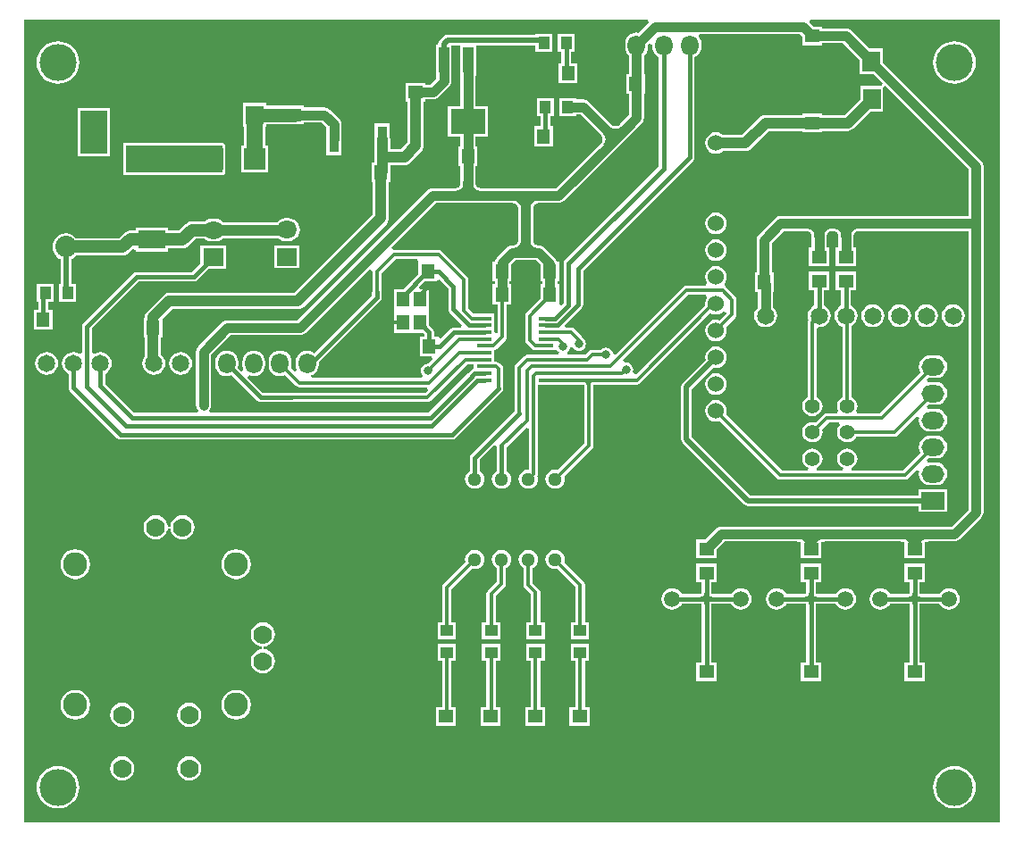
<source format=gtl>
G04*
G04 #@! TF.GenerationSoftware,Altium Limited,Altium Designer,18.1.6 (161)*
G04*
G04 Layer_Physical_Order=1*
G04 Layer_Color=255*
%FSTAX24Y24*%
%MOIN*%
G70*
G01*
G75*
%ADD13C,0.0150*%
%ADD21C,0.0140*%
%ADD22R,0.0550X0.0500*%
%ADD23R,0.0500X0.0550*%
%ADD24R,0.0453X0.0551*%
%ADD25R,0.0580X0.0140*%
%ADD26R,0.0433X0.0472*%
%ADD27R,0.0370X0.0980*%
%ADD28R,0.2190X0.2480*%
%ADD29R,0.0472X0.0433*%
%ADD30R,0.0669X0.0709*%
%ADD31R,0.0394X0.0945*%
%ADD32R,0.1299X0.0945*%
%ADD33R,0.0787X0.0787*%
%ADD63C,0.0200*%
%ADD64C,0.0350*%
%ADD65C,0.0400*%
%ADD66C,0.0300*%
%ADD67C,0.0600*%
%ADD68C,0.0500*%
%ADD69C,0.0450*%
%ADD70C,0.0591*%
%ADD71C,0.0512*%
%ADD72O,0.0850X0.0650*%
%ADD73R,0.0850X0.0650*%
%ADD74C,0.0551*%
%ADD75O,0.0650X0.0750*%
%ADD76R,0.0650X0.0750*%
%ADD77R,0.1000X0.0700*%
%ADD78O,0.1000X0.0700*%
%ADD79C,0.0650*%
%ADD80R,0.0750X0.0650*%
%ADD81O,0.0750X0.0650*%
%ADD82C,0.0600*%
%ADD83C,0.0800*%
%ADD84R,0.0800X0.0800*%
%ADD85R,0.1000X0.1600*%
%ADD86R,0.1600X0.1000*%
%ADD87C,0.0700*%
%ADD88C,0.0900*%
%ADD89C,0.1380*%
%ADD90C,0.0315*%
G36*
X046447Y020003D02*
X010053D01*
Y049947D01*
X033303D01*
X033345Y049847D01*
X032966Y049469D01*
X03289Y049479D01*
X032779Y049464D01*
X032676Y049421D01*
X032587Y049353D01*
X032519Y049264D01*
X032476Y049161D01*
X032461Y04905D01*
Y04895D01*
X032476Y048839D01*
X032519Y048736D01*
X032587Y048647D01*
X032613Y048627D01*
Y047925D01*
X0325D01*
Y047175D01*
X032613D01*
Y046405D01*
X032271Y046064D01*
X032234Y04603D01*
X032196Y046004D01*
X032161Y045986D01*
X03213Y045977D01*
X0321Y045974D01*
X03207Y045977D01*
X032039Y045986D01*
X032004Y046004D01*
X031966Y04603D01*
X031929Y046064D01*
X031096Y046896D01*
X031039Y04694D01*
X030972Y046968D01*
X0309Y046977D01*
X03063D01*
Y047036D01*
X029997D01*
Y046364D01*
X03063D01*
Y046423D01*
X030785D01*
X031536Y045671D01*
X03157Y045634D01*
X031596Y045596D01*
X031614Y045561D01*
X031623Y04553D01*
X031626Y0455D01*
X031623Y04547D01*
X031614Y045439D01*
X031596Y045404D01*
X03157Y045366D01*
X031536Y045329D01*
X02987Y043662D01*
X02712D01*
X02707Y043665D01*
X027024Y043673D01*
X026987Y043685D01*
X026958Y043701D01*
X026935Y04372D01*
X026916Y043743D01*
X0269Y043772D01*
X026888Y043809D01*
X02688Y043855D01*
X026877Y043904D01*
Y044475D01*
X02695D01*
Y045225D01*
X026877D01*
Y045586D01*
X02735D01*
Y046731D01*
X026877D01*
Y047869D01*
X026897D01*
Y048996D01*
X02912D01*
Y048764D01*
X029753D01*
Y049436D01*
X02912D01*
Y049404D01*
X02585D01*
X025772Y049388D01*
X025706Y049344D01*
X02555Y049189D01*
X025506Y049123D01*
X025491Y049044D01*
Y049014D01*
X025398D01*
Y047869D01*
X025417D01*
Y047759D01*
X025185Y047527D01*
X025025D01*
Y0476D01*
X024275D01*
Y0469D01*
X024347D01*
Y045375D01*
X024104Y045132D01*
X023703D01*
Y045485D01*
X023692Y045563D01*
X023685Y045581D01*
Y046075D01*
X023115D01*
Y045581D01*
X023108Y045563D01*
X023097Y045485D01*
Y04485D01*
Y044625D01*
X023D01*
Y043875D01*
X023047D01*
Y04315D01*
Y042675D01*
X020125Y039753D01*
X01545D01*
X015372Y039742D01*
X015299Y039712D01*
X015236Y039664D01*
X014636Y039064D01*
X014588Y039001D01*
X014558Y038928D01*
X014547Y03885D01*
Y038825D01*
X0145D01*
Y038075D01*
X014547D01*
Y037379D01*
X014513Y037334D01*
X01447Y037231D01*
X014456Y03712D01*
X01447Y037009D01*
X014513Y036906D01*
X014581Y036817D01*
X01467Y036749D01*
X014773Y036706D01*
X014884Y036691D01*
X014995Y036706D01*
X015099Y036749D01*
X015187Y036817D01*
X015255Y036906D01*
X015298Y037009D01*
X015313Y03712D01*
X015298Y037231D01*
X015255Y037334D01*
X015187Y037423D01*
X015153Y03745D01*
Y038075D01*
X0152D01*
Y038772D01*
X015575Y039147D01*
X02025D01*
X020328Y039158D01*
X020401Y039188D01*
X020464Y039236D01*
X023564Y042336D01*
X023612Y042399D01*
X023642Y042472D01*
X023653Y04255D01*
Y04315D01*
Y043875D01*
X0237D01*
Y04428D01*
X023703Y0443D01*
X023703Y0443D01*
Y044527D01*
X02423D01*
X024308Y044537D01*
X024381Y044568D01*
X024444Y044616D01*
X024864Y045036D01*
X024912Y045099D01*
X024942Y045172D01*
X024953Y04525D01*
Y0469D01*
X025025D01*
Y046973D01*
X0253D01*
X025372Y046982D01*
X025439Y04701D01*
X025496Y047054D01*
X025891Y047448D01*
X025935Y047506D01*
X025962Y047573D01*
X025972Y047644D01*
Y047869D01*
X025991D01*
Y048996D01*
X026303D01*
Y047869D01*
X026323D01*
Y046731D01*
X02585D01*
Y045586D01*
X026323D01*
Y045225D01*
X02625D01*
Y044475D01*
X026323D01*
Y043904D01*
X02632Y043855D01*
X026312Y043809D01*
X0263Y043772D01*
X026284Y043743D01*
X026265Y04372D01*
X026242Y043701D01*
X026213Y043685D01*
X026176Y043673D01*
X02613Y043665D01*
X02608Y043662D01*
X025285D01*
X025213Y043653D01*
X025146Y043625D01*
X025088Y043581D01*
X020235Y038727D01*
X017614D01*
X017543Y038718D01*
X017476Y03869D01*
X017418Y038646D01*
X016534Y037762D01*
X01649Y037704D01*
X016462Y037637D01*
X016453Y037566D01*
Y03557D01*
X016462Y035498D01*
X01649Y035431D01*
X01653Y035378D01*
X016527Y035357D01*
X016494Y035278D01*
X014144D01*
X013063Y03636D01*
Y036734D01*
X013099Y036749D01*
X013187Y036817D01*
X013255Y036906D01*
X013298Y037009D01*
X013313Y03712D01*
X013298Y037231D01*
X013255Y037334D01*
X013187Y037423D01*
X013099Y037491D01*
X012995Y037534D01*
X012884Y037549D01*
X012773Y037534D01*
X01267Y037491D01*
X012663Y037486D01*
X012563Y037535D01*
Y03841D01*
X014324Y040172D01*
X01636D01*
X016428Y040185D01*
X016486Y040224D01*
X016927Y040665D01*
X017575D01*
Y041515D01*
X016625D01*
Y040867D01*
X016286Y040528D01*
X01425D01*
X014182Y040515D01*
X014124Y040476D01*
X012258Y03861D01*
X012219Y038553D01*
X012206Y038484D01*
Y037535D01*
X012106Y037486D01*
X012099Y037491D01*
X011995Y037534D01*
X011884Y037549D01*
X011773Y037534D01*
X01167Y037491D01*
X011581Y037423D01*
X011513Y037334D01*
X01147Y037231D01*
X011456Y03712D01*
X01147Y037009D01*
X011513Y036906D01*
X011581Y036817D01*
X01167Y036749D01*
X011706Y036734D01*
Y036216D01*
X011719Y036147D01*
X011758Y03609D01*
X013524Y034324D01*
X013524Y034324D01*
X013582Y034285D01*
X01365Y034272D01*
X01365Y034272D01*
X026D01*
X026068Y034285D01*
X026126Y034324D01*
X027867Y036064D01*
X027905Y036122D01*
X027919Y036191D01*
X027914Y036216D01*
Y03692D01*
X027901Y036986D01*
X027863Y037042D01*
X027773Y037133D01*
X027716Y03717D01*
X02765Y037184D01*
X02759D01*
Y037614D01*
X027611Y037618D01*
X027667Y037655D01*
X027997Y037985D01*
X028034Y038041D01*
X028048Y038108D01*
Y039325D01*
X028224D01*
Y040075D01*
X028152D01*
Y040175D01*
X028224D01*
Y040832D01*
X028365Y040973D01*
X029135D01*
X0293Y040808D01*
Y040175D01*
X029373D01*
Y040075D01*
X0293D01*
Y039545D01*
X028777Y039023D01*
X02874Y038966D01*
X028727Y0389D01*
Y038D01*
X02874Y037934D01*
X028777Y037877D01*
X028999Y037655D01*
X029056Y037618D01*
X029122Y037605D01*
X0295D01*
X029517Y037608D01*
X02989D01*
Y037608D01*
X029971Y037563D01*
X030001Y037539D01*
X029987Y037462D01*
X029975Y037439D01*
X028816D01*
X02875Y037426D01*
X028694Y037389D01*
X028694Y037389D01*
X028377Y037073D01*
X02834Y037016D01*
X028327Y03695D01*
Y035329D01*
X026724Y033726D01*
X026685Y033668D01*
X026672Y0336D01*
Y033111D01*
X026671Y033111D01*
X026596Y033054D01*
X026539Y032979D01*
X026503Y032893D01*
X026491Y0328D01*
X026503Y032707D01*
X026539Y032621D01*
X026596Y032546D01*
X026671Y032489D01*
X026757Y032453D01*
X02685Y032441D01*
X026943Y032453D01*
X027029Y032489D01*
X027104Y032546D01*
X027161Y032621D01*
X027197Y032707D01*
X027209Y0328D01*
X027197Y032893D01*
X027161Y032979D01*
X027104Y033054D01*
X027029Y033111D01*
X027028Y033111D01*
Y033526D01*
X027574Y034072D01*
X027618Y034062D01*
X027672Y034028D01*
Y033111D01*
X027671Y033111D01*
X027596Y033054D01*
X027539Y032979D01*
X027503Y032893D01*
X027491Y0328D01*
X027503Y032707D01*
X027539Y032621D01*
X027596Y032546D01*
X027671Y032489D01*
X027757Y032453D01*
X02785Y032441D01*
X027943Y032453D01*
X028029Y032489D01*
X028104Y032546D01*
X028161Y032621D01*
X028197Y032707D01*
X028209Y0328D01*
X028197Y032893D01*
X028161Y032979D01*
X028104Y033054D01*
X028029Y033111D01*
X028028Y033111D01*
Y033983D01*
X028774Y034729D01*
X028867Y034691D01*
Y033174D01*
X02885Y033159D01*
X028757Y033147D01*
X028671Y033111D01*
X028596Y033054D01*
X028539Y032979D01*
X028503Y032893D01*
X028491Y0328D01*
X028503Y032707D01*
X028539Y032621D01*
X028596Y032546D01*
X028671Y032489D01*
X028757Y032453D01*
X02885Y032441D01*
X028943Y032453D01*
X029029Y032489D01*
X029104Y032546D01*
X029161Y032621D01*
X029197Y032707D01*
X029209Y0328D01*
X029197Y032893D01*
X02919Y032909D01*
X0292Y032924D01*
X029213Y03299D01*
X029213Y03299D01*
Y036328D01*
X029483D01*
X0295Y036325D01*
X030908D01*
X030915Y036324D01*
X030921Y036322D01*
X030923Y036321D01*
X030923Y036319D01*
X030925Y036314D01*
X030927Y036306D01*
Y034122D01*
X029949Y033144D01*
X029943Y033147D01*
X02985Y033159D01*
X029757Y033147D01*
X029671Y033111D01*
X029596Y033054D01*
X029539Y032979D01*
X029503Y032893D01*
X029491Y0328D01*
X029503Y032707D01*
X029539Y032621D01*
X029596Y032546D01*
X029671Y032489D01*
X029757Y032453D01*
X02985Y032441D01*
X029943Y032453D01*
X030029Y032489D01*
X030104Y032546D01*
X030161Y032621D01*
X030197Y032707D01*
X030209Y0328D01*
X030197Y032893D01*
X030194Y032899D01*
X031223Y033927D01*
X03126Y033984D01*
X031273Y03405D01*
Y036306D01*
X031275Y036314D01*
X031277Y036319D01*
X031277Y036321D01*
X031279Y036322D01*
X031285Y036324D01*
X031292Y036325D01*
X032898D01*
X032965Y036338D01*
X033021Y036376D01*
X035647Y039002D01*
X035648Y039001D01*
X035746Y03896D01*
X03585Y038947D01*
X035954Y03896D01*
X036052Y039001D01*
X036135Y039065D01*
X036238Y039034D01*
X036245Y03899D01*
X035983Y038728D01*
X035954Y03874D01*
X03585Y038753D01*
X035746Y03874D01*
X035648Y038699D01*
X035565Y038635D01*
X035501Y038552D01*
X03546Y038454D01*
X035447Y03835D01*
X03546Y038246D01*
X035501Y038148D01*
X035565Y038065D01*
X035648Y038001D01*
X035746Y03796D01*
X03585Y037947D01*
X035954Y03796D01*
X036052Y038001D01*
X036135Y038065D01*
X036199Y038148D01*
X03624Y038246D01*
X036253Y03835D01*
X03624Y038454D01*
X036228Y038483D01*
X036573Y038827D01*
X03661Y038884D01*
X036623Y03895D01*
Y0395D01*
X03661Y039566D01*
X036573Y039623D01*
X036223Y039973D01*
X036198Y039989D01*
X036193Y039995D01*
X03617Y040088D01*
X036171Y040111D01*
X036199Y040148D01*
X03624Y040246D01*
X036253Y04035D01*
X03624Y040454D01*
X036199Y040552D01*
X036135Y040635D01*
X036052Y040699D01*
X035954Y04074D01*
X03585Y040753D01*
X035746Y04074D01*
X035648Y040699D01*
X035565Y040635D01*
X035501Y040552D01*
X03546Y040454D01*
X035447Y04035D01*
X03546Y040246D01*
X035501Y040148D01*
X03552Y040123D01*
X03547Y040023D01*
X03475D01*
X034684Y04001D01*
X034627Y039973D01*
X032106Y037451D01*
X032004Y037491D01*
X032001Y037517D01*
X031975Y03758D01*
X031934Y037634D01*
X03188Y037675D01*
X031817Y037701D01*
X03175Y03771D01*
X031683Y037701D01*
X03162Y037675D01*
X031566Y037634D01*
X031558Y037623D01*
X031235D01*
X031168Y03761D01*
X031112Y037573D01*
X030979Y037439D01*
X030325D01*
X030313Y037462D01*
X030299Y037539D01*
X030334Y037566D01*
X030375Y03762D01*
X030401Y037683D01*
X030405Y037716D01*
X030508Y03773D01*
X030512Y03772D01*
X030553Y037666D01*
X030607Y037625D01*
X030669Y037599D01*
X030737Y03759D01*
X030804Y037599D01*
X030867Y037625D01*
X03092Y037666D01*
X030962Y03772D01*
X030988Y037783D01*
X030996Y03785D01*
X030988Y037917D01*
X030962Y03798D01*
X03092Y038034D01*
X030899Y03805D01*
X030897Y038061D01*
X030859Y038117D01*
X030859Y038117D01*
X030564Y038412D01*
X030508Y03845D01*
X030442Y038463D01*
X03025D01*
X030211Y038555D01*
X030843Y039187D01*
X030882Y039245D01*
X030895Y039313D01*
Y040593D01*
X035006Y044704D01*
X035045Y044762D01*
X035058Y04483D01*
Y048564D01*
X035094Y048579D01*
X035183Y048647D01*
X035251Y048736D01*
X035294Y048839D01*
X035309Y04895D01*
Y04905D01*
X035294Y049161D01*
X035251Y049264D01*
X035207Y049323D01*
X035246Y049419D01*
X03525Y049423D01*
X038985D01*
X039075Y049333D01*
Y049D01*
X039825D01*
Y049073D01*
X040585D01*
X041225Y048433D01*
Y047925D01*
X041733D01*
X042083Y047575D01*
X042041Y047475D01*
X042003Y047475D01*
X041235D01*
Y047003D01*
X040635Y046403D01*
X039825D01*
Y04645D01*
X039075D01*
Y046403D01*
X0377D01*
X037622Y046392D01*
X037549Y046362D01*
X037486Y046314D01*
X036825Y045653D01*
X036113D01*
X036052Y045699D01*
X035954Y04574D01*
X03585Y045753D01*
X035746Y04574D01*
X035648Y045699D01*
X035565Y045635D01*
X035501Y045552D01*
X03546Y045454D01*
X035447Y04535D01*
X03546Y045246D01*
X035501Y045148D01*
X035565Y045065D01*
X035648Y045001D01*
X035746Y04496D01*
X03585Y044947D01*
X035954Y04496D01*
X036052Y045001D01*
X036113Y045047D01*
X03695D01*
X037028Y045058D01*
X037101Y045088D01*
X037164Y045136D01*
X037825Y045797D01*
X039075D01*
Y04575D01*
X039825D01*
Y045797D01*
X04076D01*
X040838Y045808D01*
X040911Y045838D01*
X040974Y045886D01*
X041613Y046525D01*
X042085D01*
Y047388D01*
X042085Y047431D01*
X042185Y047473D01*
X045273Y044385D01*
Y042618D01*
X038258D01*
X038186Y042609D01*
X038119Y042581D01*
X038062Y042537D01*
X037454Y041929D01*
X03741Y041871D01*
X037382Y041804D01*
X037373Y041733D01*
Y040525D01*
X0373D01*
Y039775D01*
X037423D01*
Y039223D01*
X037397Y039203D01*
X037329Y039114D01*
X037286Y039011D01*
X037271Y0389D01*
X037286Y038789D01*
X037329Y038686D01*
X037397Y038597D01*
X037486Y038529D01*
X037589Y038486D01*
X0377Y038471D01*
X037811Y038486D01*
X037914Y038529D01*
X038003Y038597D01*
X038071Y038686D01*
X038114Y038789D01*
X038129Y0389D01*
X038114Y039011D01*
X038071Y039114D01*
X038003Y039203D01*
X037977Y039223D01*
Y039775D01*
X038D01*
Y040525D01*
X037927D01*
Y041618D01*
X038373Y042064D01*
X03918D01*
X03923Y042061D01*
X039276Y042053D01*
X039313Y04204D01*
X039342Y042025D01*
X039365Y042006D01*
X039384Y041983D01*
X0394Y041954D01*
X039412Y041917D01*
X03942Y041871D01*
X039423Y041821D01*
Y04145D01*
X039325D01*
Y04075D01*
X040075D01*
Y04145D01*
X039977D01*
Y041821D01*
X03998Y041871D01*
X039988Y041917D01*
X04Y041954D01*
X040016Y041983D01*
X040035Y042006D01*
X040058Y042025D01*
X040087Y04204D01*
X040124Y042053D01*
X04017Y042061D01*
X0402Y042062D01*
X04023Y042061D01*
X040276Y042053D01*
X040313Y04204D01*
X040342Y042025D01*
X040365Y042006D01*
X040384Y041983D01*
X0404Y041954D01*
X040412Y041917D01*
X04042Y041871D01*
X040423Y041821D01*
Y04145D01*
X040325D01*
Y04075D01*
X041075D01*
Y04145D01*
X040977D01*
Y041821D01*
X04098Y041871D01*
X040988Y041917D01*
X041Y041954D01*
X041016Y041983D01*
X041035Y042006D01*
X041058Y042025D01*
X041087Y04204D01*
X041124Y042053D01*
X04117Y042061D01*
X04122Y042064D01*
X045273D01*
X045273Y031665D01*
X044635Y031027D01*
X036045D01*
X035973Y031018D01*
X035906Y03099D01*
X035849Y030946D01*
X035453Y03055D01*
X03512D01*
Y02985D01*
X03587D01*
Y030183D01*
X03616Y030473D01*
X038875D01*
X038925Y03047D01*
X038971Y030462D01*
X039008Y03045D01*
X03902Y030443D01*
Y02985D01*
X03977D01*
Y030443D01*
X039782Y03045D01*
X039819Y030462D01*
X039865Y03047D01*
X039915Y030473D01*
X042742D01*
X042791Y03047D01*
X042837Y030462D01*
X042874Y03045D01*
X042887Y030443D01*
Y02985D01*
X043637D01*
Y030443D01*
X043649Y03045D01*
X043686Y030462D01*
X043732Y03047D01*
X043781Y030473D01*
X04475D01*
X044822Y030482D01*
X044889Y03051D01*
X044946Y030554D01*
X045746Y031354D01*
X04579Y031411D01*
X045818Y031478D01*
X045827Y03155D01*
X045827Y04235D01*
Y0445D01*
X045827Y0445D01*
X045818Y044572D01*
X04579Y044639D01*
X045746Y044696D01*
X042075Y048367D01*
Y048875D01*
X041567D01*
X040896Y049546D01*
X040839Y04959D01*
X040772Y049618D01*
X0407Y049627D01*
X039825D01*
Y0497D01*
X039492D01*
X039345Y049847D01*
X039387Y049947D01*
X046447D01*
Y020003D01*
D02*
G37*
G36*
X0321Y0455D02*
X031605Y045253D01*
X03165Y045302D01*
X031684Y045352D01*
X031709Y045401D01*
X031724Y045451D01*
X031729Y0455D01*
X031724Y04555D01*
X031709Y045599D01*
X031684Y045648D01*
X03165Y045698D01*
X031605Y045747D01*
X031853Y045995D01*
X031902Y04595D01*
X031952Y045916D01*
X032001Y045891D01*
X03205Y045876D01*
X0321Y045871D01*
X03215Y045876D01*
X032199Y045891D01*
X032248Y045916D01*
X032298Y04595D01*
X032347Y045995D01*
X0321Y0455D01*
D02*
G37*
G36*
X026779Y043843D02*
X026789Y043784D01*
X026806Y043731D01*
X026831Y043686D01*
X026862Y043647D01*
X026901Y043616D01*
X026946Y043591D01*
X026999Y043574D01*
X027058Y043563D01*
X027125Y04356D01*
X0266Y04321D01*
X026075Y04356D01*
X026142Y043563D01*
X026201Y043574D01*
X026253Y043591D01*
X026299Y043616D01*
X026337Y043647D01*
X026369Y043686D01*
X026393Y043731D01*
X026411Y043784D01*
X026421Y043843D01*
X026425Y04391D01*
X026775D01*
X026779Y043843D01*
D02*
G37*
G36*
X029275Y04321D02*
X029209Y043206D01*
X029149Y043196D01*
X029097Y043178D01*
X029051Y043154D01*
X029012Y043122D01*
X028981Y043084D01*
X028956Y043038D01*
X028939Y042986D01*
X028928Y042926D01*
X028925Y04286D01*
X028575D01*
X028572Y042926D01*
X028561Y042986D01*
X028544Y043038D01*
X028519Y043084D01*
X028488Y043122D01*
X028449Y043154D01*
X028403Y043178D01*
X028351Y043196D01*
X028291Y043206D01*
X028225Y04321D01*
X02875Y04356D01*
X029275Y04321D01*
D02*
G37*
G36*
X041225Y042166D02*
X041158Y042162D01*
X041099Y042152D01*
X041047Y042134D01*
X041001Y04211D01*
X040963Y042078D01*
X040931Y04204D01*
X040907Y041994D01*
X040889Y041942D01*
X040879Y041882D01*
X040875Y041816D01*
X040525D01*
X040521Y041882D01*
X040511Y041942D01*
X040493Y041994D01*
X040469Y04204D01*
X040437Y042078D01*
X040399Y04211D01*
X040353Y042134D01*
X040301Y042152D01*
X040241Y042162D01*
X0402Y042165D01*
X040159Y042162D01*
X040099Y042152D01*
X040047Y042134D01*
X040001Y04211D01*
X039962Y042078D01*
X039931Y04204D01*
X039906Y041994D01*
X039889Y041942D01*
X039878Y041882D01*
X039875Y041816D01*
X039525D01*
X039522Y041882D01*
X039511Y041942D01*
X039494Y041994D01*
X039469Y04204D01*
X039437Y042078D01*
X039399Y04211D01*
X039353Y042134D01*
X039301Y042152D01*
X039241Y042162D01*
X039175Y042166D01*
X0397Y042516D01*
X0402Y042183D01*
X0407Y042516D01*
X041225Y042166D01*
D02*
G37*
G36*
X02828Y043105D02*
X028326Y043097D01*
X028363Y043084D01*
X028392Y043068D01*
X028415Y04305D01*
X028434Y043027D01*
X02845Y042998D01*
X028462Y042961D01*
X02847Y042915D01*
X028473Y042865D01*
Y041769D01*
X02847Y041719D01*
X028463Y041672D01*
X028451Y041635D01*
X028436Y041605D01*
X028419Y041582D01*
X028398Y041564D01*
X028373Y041549D01*
X02834Y041538D01*
X028299Y04153D01*
X028254Y041527D01*
X02825D01*
X028247Y041527D01*
X028244Y041527D01*
X028243Y041526D01*
X028235Y041525D01*
X028232Y041525D01*
X028231Y041525D01*
X028178Y041518D01*
X028111Y04149D01*
X028054Y041446D01*
X027678Y04107D01*
X027634Y041013D01*
X027606Y040946D01*
X027604Y040925D01*
X027524D01*
Y040175D01*
X027597D01*
Y040075D01*
X027524D01*
Y039325D01*
X027701D01*
Y038261D01*
X02769Y038253D01*
X02759Y0383D01*
Y038376D01*
X02759D01*
Y038716D01*
X02759D01*
Y038972D01*
X027217D01*
X0272Y038975D01*
X026822D01*
X026623Y039173D01*
Y040239D01*
X02661Y040305D01*
X026573Y040362D01*
X025632Y041302D01*
X025576Y041339D01*
X02551Y041353D01*
X023829D01*
X023759Y04144D01*
X023756Y041463D01*
X0254Y043107D01*
X02823D01*
X02828Y043105D01*
D02*
G37*
G36*
X028928Y041708D02*
X028938Y041649D01*
X028954Y041596D01*
X028977Y041551D01*
X029006Y041512D01*
X029042Y041481D01*
X029084Y041456D01*
X029133Y041439D01*
X029188Y041428D01*
X02925Y041425D01*
X02875Y041075D01*
X02825Y041425D01*
X028312Y041428D01*
X028367Y041439D01*
X028416Y041456D01*
X028458Y041481D01*
X028494Y041512D01*
X028523Y041551D01*
X028546Y041596D01*
X028562Y041649D01*
X028572Y041708D01*
X028575Y041775D01*
X028925D01*
X028928Y041708D01*
D02*
G37*
G36*
X033471Y049023D02*
Y04895D01*
X033486Y048839D01*
X033529Y048736D01*
X033597Y048647D01*
X033686Y048579D01*
X033722Y048564D01*
Y044474D01*
X030224Y040976D01*
X030185Y040918D01*
X030172Y04085D01*
Y039374D01*
X030084Y039286D01*
X03Y039344D01*
Y040075D01*
X029927D01*
Y040175D01*
X03D01*
Y040925D01*
X029917D01*
X02989Y040989D01*
X029846Y041046D01*
X029446Y041446D01*
X029389Y04149D01*
X029322Y041518D01*
X029269Y041525D01*
X029268Y041525D01*
X029265Y041525D01*
X029257Y041526D01*
X029256Y041527D01*
X029253Y041527D01*
X02925Y041527D01*
X029246D01*
X029201Y04153D01*
X02916Y041538D01*
X029127Y041549D01*
X029102Y041564D01*
X029081Y041582D01*
X029064Y041605D01*
X029049Y041635D01*
X029037Y041672D01*
X02903Y041719D01*
X029027Y041769D01*
Y042865D01*
X02903Y042915D01*
X029038Y042961D01*
X02905Y042998D01*
X029066Y043027D01*
X029085Y04305D01*
X029108Y043068D01*
X029137Y043084D01*
X029174Y043097D01*
X02922Y043105D01*
X02927Y043107D01*
X029985D01*
X030056Y043117D01*
X030123Y043144D01*
X030181Y043188D01*
X032296Y045304D01*
X032296Y045304D01*
X033086Y046094D01*
X03313Y046151D01*
X033158Y046218D01*
X033167Y04629D01*
Y047175D01*
X0332D01*
Y047925D01*
X033167D01*
Y048627D01*
X033193Y048647D01*
X033261Y048736D01*
X033304Y048839D01*
X033319Y04895D01*
Y04902D01*
X03338Y049068D01*
X033471Y049023D01*
D02*
G37*
G36*
X025872Y039926D02*
Y03915D01*
X025885Y039082D01*
X025924Y039024D01*
X026387Y038561D01*
X026349Y038468D01*
X02609D01*
X02609Y038468D01*
X026021Y038455D01*
X025964Y038416D01*
X025964Y038416D01*
X025592Y038045D01*
X0255Y038083D01*
Y038125D01*
X025328D01*
Y0383D01*
X025328Y0383D01*
X025315Y038368D01*
X025276Y038426D01*
X025276Y038426D01*
X02515Y038552D01*
Y03989D01*
X02514Y0399D01*
X024817D01*
X024779Y039992D01*
X024962Y040175D01*
X02545D01*
Y040217D01*
X025542Y040255D01*
X025872Y039926D01*
D02*
G37*
G36*
X022939Y040621D02*
X023027Y04055D01*
Y039826D01*
X023022Y0398D01*
Y039654D01*
X020868Y0375D01*
X020814Y037541D01*
X020711Y037584D01*
X0206Y037599D01*
X020489Y037584D01*
X020386Y037541D01*
X020297Y037473D01*
X020229Y037384D01*
X020186Y037281D01*
X020171Y03717D01*
Y03707D01*
X020186Y036959D01*
X02022Y036876D01*
X020135Y03682D01*
X020002Y036953D01*
X020004Y036959D01*
X020019Y03707D01*
Y03717D01*
X020004Y037281D01*
X019961Y037384D01*
X019893Y037473D01*
X019804Y037541D01*
X019701Y037584D01*
X01959Y037599D01*
X019479Y037584D01*
X019376Y037541D01*
X019287Y037473D01*
X019219Y037384D01*
X019176Y037281D01*
X019161Y03717D01*
Y03707D01*
X019176Y036959D01*
X019219Y036856D01*
X019287Y036767D01*
X019376Y036699D01*
X019479Y036656D01*
X01959Y036641D01*
X019701Y036656D01*
X019777Y036688D01*
X020187Y036277D01*
X020244Y03624D01*
X02031Y036227D01*
X02508D01*
X025121Y036127D01*
X025018Y036023D01*
X020026D01*
X02Y036028D01*
X018944D01*
X018372Y0366D01*
X018429Y036685D01*
X018499Y036656D01*
X01861Y036641D01*
X018721Y036656D01*
X018824Y036699D01*
X018913Y036767D01*
X018981Y036856D01*
X019024Y036959D01*
X019039Y03707D01*
Y03717D01*
X019024Y037281D01*
X018981Y037384D01*
X018913Y037473D01*
X018824Y037541D01*
X018721Y037584D01*
X01861Y037599D01*
X018499Y037584D01*
X018396Y037541D01*
X018307Y037473D01*
X018239Y037384D01*
X018196Y037281D01*
X018181Y03717D01*
Y03707D01*
X018196Y036959D01*
X018225Y036889D01*
X01814Y036832D01*
X018014Y036958D01*
X018014Y036959D01*
X018029Y03707D01*
Y03717D01*
X018014Y037281D01*
X017971Y037384D01*
X017903Y037473D01*
X017814Y037541D01*
X017711Y037584D01*
X0176Y037599D01*
X017489Y037584D01*
X017386Y037541D01*
X017297Y037473D01*
X017229Y037384D01*
X017186Y037281D01*
X017171Y03717D01*
Y03707D01*
X017186Y036959D01*
X017229Y036856D01*
X017297Y036767D01*
X017386Y036699D01*
X017489Y036656D01*
X0176Y036641D01*
X017711Y036656D01*
X017782Y036685D01*
X018744Y035724D01*
X018744Y035724D01*
X018802Y035685D01*
X01887Y035672D01*
X02D01*
X020026Y035677D01*
X02509D01*
X025156Y03569D01*
X025212Y035727D01*
X026578Y037093D01*
X02681D01*
Y036924D01*
X026786Y036919D01*
X02677Y036908D01*
X026769Y036908D01*
X026711Y03687D01*
X026711Y03687D01*
X026609Y036767D01*
X026597Y036749D01*
X025126Y035278D01*
X016966D01*
X016933Y035357D01*
X01693Y035378D01*
X01697Y035431D01*
X016998Y035498D01*
X017007Y03557D01*
Y037451D01*
X017729Y038173D01*
X02035D01*
X020422Y038182D01*
X020489Y03821D01*
X020546Y038254D01*
X022916Y040623D01*
X022939Y040621D01*
D02*
G37*
G36*
X02475Y040925D02*
Y040468D01*
X024182Y0399D01*
X02385D01*
Y039892D01*
X023844D01*
Y039141D01*
X02385D01*
Y03825D01*
X024948D01*
X024972Y038226D01*
Y038125D01*
X0248D01*
Y037375D01*
X025249D01*
X025287Y037283D01*
X025113Y037108D01*
X0251Y03711D01*
X025033Y037101D01*
X02497Y037075D01*
X024916Y037034D01*
X024875Y03698D01*
X024849Y036917D01*
X02484Y03685D01*
X024849Y036783D01*
X024875Y03672D01*
X024911Y036673D01*
X024905Y036643D01*
X024873Y036573D01*
X020773D01*
X020753Y036673D01*
X020814Y036699D01*
X020903Y036767D01*
X020971Y036856D01*
X021014Y036959D01*
X021029Y03707D01*
Y037156D01*
X023326Y039454D01*
X023326Y039454D01*
X023365Y039512D01*
X023378Y03958D01*
Y0398D01*
X023373Y039826D01*
Y040478D01*
X023901Y041006D01*
X024704D01*
X02475Y040925D01*
D02*
G37*
G36*
X03552Y039577D02*
X035501Y039552D01*
X03546Y039454D01*
X035447Y03935D01*
X035453Y039298D01*
X032865Y03671D01*
X032803Y036718D01*
X032745Y036819D01*
X032751Y036833D01*
X03276Y0369D01*
X032751Y036967D01*
X032725Y03703D01*
X032684Y037084D01*
X03263Y037125D01*
X032567Y037151D01*
X0325Y03716D01*
X032438Y037152D01*
X03243Y037158D01*
X032391Y037246D01*
X034822Y039677D01*
X03547D01*
X03552Y039577D01*
D02*
G37*
G36*
X03131Y036428D02*
X031283Y036427D01*
X03126Y036423D01*
X031239Y036416D01*
X03122Y036406D01*
X031205Y036393D01*
X031192Y036378D01*
X031183Y03636D01*
X031176Y036339D01*
X031171Y036315D01*
X03117Y036288D01*
X03103D01*
X031029Y036315D01*
X031024Y036339D01*
X031017Y03636D01*
X031008Y036378D01*
X030995Y036393D01*
X03098Y036406D01*
X030961Y036416D01*
X03094Y036423D01*
X030917Y036427D01*
X03089Y036428D01*
X0311Y036568D01*
X03131Y036428D01*
D02*
G37*
G36*
X043787Y030575D02*
X04372Y030571D01*
X043661Y030561D01*
X043608Y030543D01*
X043563Y030519D01*
X043524Y030487D01*
X043493Y030449D01*
X043468Y030403D01*
X043451Y030351D01*
X04344Y030292D01*
X043437Y030225D01*
X043087D01*
X043083Y030292D01*
X043073Y030351D01*
X043055Y030403D01*
X043031Y030449D01*
X042999Y030487D01*
X042961Y030519D01*
X042915Y030543D01*
X042863Y030561D01*
X042803Y030571D01*
X042737Y030575D01*
X043262Y030925D01*
X043787Y030575D01*
D02*
G37*
G36*
X03992D02*
X039853Y030571D01*
X039794Y030561D01*
X039741Y030543D01*
X039696Y030519D01*
X039657Y030487D01*
X039626Y030449D01*
X039602Y030403D01*
X039584Y030351D01*
X039574Y030292D01*
X03957Y030225D01*
X03922D01*
X039216Y030292D01*
X039206Y030351D01*
X039188Y030403D01*
X039164Y030449D01*
X039132Y030487D01*
X039094Y030519D01*
X039049Y030543D01*
X038996Y030561D01*
X038937Y030571D01*
X03887Y030575D01*
X039395Y030925D01*
X03992Y030575D01*
D02*
G37*
%LPC*%
G36*
X03058Y049436D02*
X029947D01*
Y048764D01*
X030085D01*
Y048322D01*
X02998D01*
Y047572D01*
X03068D01*
Y048322D01*
X030442D01*
Y048764D01*
X03058D01*
Y049436D01*
D02*
G37*
G36*
X04475Y049144D02*
X044595Y049129D01*
X044446Y049083D01*
X044309Y04901D01*
X044189Y048911D01*
X04409Y048791D01*
X044017Y048654D01*
X043971Y048505D01*
X043956Y04835D01*
X043971Y048195D01*
X044017Y048046D01*
X04409Y047909D01*
X044189Y047789D01*
X044309Y04769D01*
X044446Y047617D01*
X044595Y047571D01*
X04475Y047556D01*
X044905Y047571D01*
X045054Y047617D01*
X045191Y04769D01*
X045311Y047789D01*
X04541Y047909D01*
X045483Y048046D01*
X045529Y048195D01*
X045544Y04835D01*
X045529Y048505D01*
X045483Y048654D01*
X04541Y048791D01*
X045311Y048911D01*
X045191Y04901D01*
X045054Y049083D01*
X044905Y049129D01*
X04475Y049144D01*
D02*
G37*
G36*
X0113D02*
X011145Y049129D01*
X010996Y049083D01*
X010859Y04901D01*
X010739Y048911D01*
X01064Y048791D01*
X010567Y048654D01*
X010521Y048505D01*
X010506Y04835D01*
X010521Y048195D01*
X010567Y048046D01*
X01064Y047909D01*
X010739Y047789D01*
X010859Y04769D01*
X010996Y047617D01*
X011145Y047571D01*
X0113Y047556D01*
X011455Y047571D01*
X011604Y047617D01*
X011741Y04769D01*
X011861Y047789D01*
X01196Y047909D01*
X012033Y048046D01*
X012079Y048195D01*
X012094Y04835D01*
X012079Y048505D01*
X012033Y048654D01*
X01196Y048791D01*
X011861Y048911D01*
X011741Y04901D01*
X011604Y049083D01*
X011455Y049129D01*
X0113Y049144D01*
D02*
G37*
G36*
X029803Y047036D02*
X02917D01*
Y046364D01*
X029308D01*
Y045975D01*
X02907D01*
Y045225D01*
X02977D01*
Y045975D01*
X029665D01*
Y046364D01*
X029803D01*
Y047036D01*
D02*
G37*
G36*
X019072Y046854D02*
X018203D01*
Y045946D01*
X018234D01*
Y045244D01*
X018144D01*
Y044257D01*
X019131D01*
Y045244D01*
X019041D01*
Y045946D01*
X019072D01*
Y046047D01*
X0201D01*
X020123Y04605D01*
X020475D01*
Y046123D01*
X021135D01*
X021315Y045943D01*
Y044895D01*
X021885D01*
Y046075D01*
X021874D01*
X021868Y046122D01*
X02184Y046189D01*
X021796Y046246D01*
X021446Y046596D01*
X021389Y04664D01*
X021322Y046668D01*
X02125Y046677D01*
X020475D01*
Y04675D01*
X020123D01*
X0201Y046753D01*
X019072D01*
Y046854D01*
D02*
G37*
G36*
X01325Y04665D02*
X01205D01*
Y04485D01*
X01325D01*
Y04665D01*
D02*
G37*
G36*
X01745Y045352D02*
X01385D01*
X01384Y04535D01*
X01375D01*
Y04526D01*
X013748Y04525D01*
Y04425D01*
X01375Y04424D01*
Y04415D01*
X01384D01*
X01385Y044148D01*
X01745D01*
X017489Y044156D01*
X017522Y044178D01*
X017544Y044211D01*
X017552Y04425D01*
Y044257D01*
X017556D01*
Y045244D01*
X017552D01*
Y04525D01*
X017544Y045289D01*
X017522Y045322D01*
X017489Y045344D01*
X01745Y045352D01*
D02*
G37*
G36*
X0199Y042539D02*
X0198D01*
X019689Y042524D01*
X019586Y042481D01*
X019497Y042413D01*
X019489Y042403D01*
X017454D01*
X017453Y042403D01*
X017364Y042471D01*
X017261Y042514D01*
X01715Y042529D01*
X01705D01*
X016939Y042514D01*
X016836Y042471D01*
X016779Y042428D01*
X0163D01*
X016215Y042417D01*
X016136Y042384D01*
X016068Y042332D01*
X015814Y042078D01*
X0154D01*
Y0422D01*
X0142D01*
Y042078D01*
X014D01*
X013958Y042072D01*
X013915Y042067D01*
X013836Y042034D01*
X013768Y041982D01*
X013586Y0418D01*
X011979D01*
X011957Y041829D01*
X011852Y041909D01*
X011731Y041959D01*
X0116Y041976D01*
X011469Y041959D01*
X011348Y041909D01*
X011243Y041829D01*
X011163Y041724D01*
X011113Y041603D01*
X011096Y041472D01*
X011113Y041342D01*
X011163Y04122D01*
X011243Y041115D01*
X011348Y041035D01*
X011396Y041015D01*
Y040086D01*
X011347D01*
Y039414D01*
X01198D01*
Y040086D01*
X011804D01*
Y041015D01*
X011852Y041035D01*
X011957Y041115D01*
X011979Y041144D01*
X013722D01*
X013764Y04115D01*
X013807Y041155D01*
X013886Y041188D01*
X013954Y04124D01*
X0141Y041386D01*
X0142Y041345D01*
Y0413D01*
X0154D01*
Y041422D01*
X01595D01*
X015992Y041428D01*
X016035Y041433D01*
X016114Y041466D01*
X016182Y041518D01*
X016436Y041772D01*
X016779D01*
X016836Y041729D01*
X016939Y041686D01*
X01705Y041671D01*
X01715D01*
X017261Y041686D01*
X017364Y041729D01*
X017453Y041797D01*
X017454Y041797D01*
X019509D01*
X019586Y041739D01*
X019689Y041696D01*
X0198Y041681D01*
X0199D01*
X020011Y041696D01*
X020114Y041739D01*
X020203Y041807D01*
X020271Y041896D01*
X020314Y041999D01*
X020329Y04211D01*
X020314Y042221D01*
X020271Y042324D01*
X020203Y042413D01*
X020114Y042481D01*
X020011Y042524D01*
X0199Y042539D01*
D02*
G37*
G36*
X03585Y042753D02*
X035746Y04274D01*
X035648Y042699D01*
X035565Y042635D01*
X035501Y042552D01*
X03546Y042454D01*
X035447Y04235D01*
X03546Y042246D01*
X035501Y042148D01*
X035565Y042065D01*
X035648Y042001D01*
X035746Y04196D01*
X03585Y041947D01*
X035954Y04196D01*
X036052Y042001D01*
X036135Y042065D01*
X036199Y042148D01*
X03624Y042246D01*
X036253Y04235D01*
X03624Y042454D01*
X036199Y042552D01*
X036135Y042635D01*
X036052Y042699D01*
X035954Y04274D01*
X03585Y042753D01*
D02*
G37*
G36*
Y041753D02*
X035746Y04174D01*
X035648Y041699D01*
X035565Y041635D01*
X035501Y041552D01*
X03546Y041454D01*
X035447Y04135D01*
X03546Y041246D01*
X035501Y041148D01*
X035565Y041065D01*
X035648Y041001D01*
X035746Y04096D01*
X03585Y040947D01*
X035954Y04096D01*
X036052Y041001D01*
X036135Y041065D01*
X036199Y041148D01*
X03624Y041246D01*
X036253Y04135D01*
X03624Y041454D01*
X036199Y041552D01*
X036135Y041635D01*
X036052Y041699D01*
X035954Y04174D01*
X03585Y041753D01*
D02*
G37*
G36*
X020325Y041525D02*
X019375D01*
Y040675D01*
X020325D01*
Y041525D01*
D02*
G37*
G36*
X0447Y039329D02*
X044589Y039314D01*
X044486Y039271D01*
X044397Y039203D01*
X044329Y039114D01*
X044286Y039011D01*
X044271Y0389D01*
X044286Y038789D01*
X044329Y038686D01*
X044397Y038597D01*
X044486Y038529D01*
X044589Y038486D01*
X0447Y038471D01*
X044811Y038486D01*
X044914Y038529D01*
X045003Y038597D01*
X045071Y038686D01*
X045114Y038789D01*
X045129Y0389D01*
X045114Y039011D01*
X045071Y039114D01*
X045003Y039203D01*
X044914Y039271D01*
X044811Y039314D01*
X0447Y039329D01*
D02*
G37*
G36*
X0437D02*
X043589Y039314D01*
X043486Y039271D01*
X043397Y039203D01*
X043329Y039114D01*
X043286Y039011D01*
X043271Y0389D01*
X043286Y038789D01*
X043329Y038686D01*
X043397Y038597D01*
X043486Y038529D01*
X043589Y038486D01*
X0437Y038471D01*
X043811Y038486D01*
X043914Y038529D01*
X044003Y038597D01*
X044071Y038686D01*
X044114Y038789D01*
X044129Y0389D01*
X044114Y039011D01*
X044071Y039114D01*
X044003Y039203D01*
X043914Y039271D01*
X043811Y039314D01*
X0437Y039329D01*
D02*
G37*
G36*
X0427D02*
X042589Y039314D01*
X042486Y039271D01*
X042397Y039203D01*
X042329Y039114D01*
X042286Y039011D01*
X042271Y0389D01*
X042286Y038789D01*
X042329Y038686D01*
X042397Y038597D01*
X042486Y038529D01*
X042589Y038486D01*
X0427Y038471D01*
X042811Y038486D01*
X042914Y038529D01*
X043003Y038597D01*
X043071Y038686D01*
X043114Y038789D01*
X043129Y0389D01*
X043114Y039011D01*
X043071Y039114D01*
X043003Y039203D01*
X042914Y039271D01*
X042811Y039314D01*
X0427Y039329D01*
D02*
G37*
G36*
X0417D02*
X041589Y039314D01*
X041486Y039271D01*
X041397Y039203D01*
X041329Y039114D01*
X041286Y039011D01*
X041271Y0389D01*
X041286Y038789D01*
X041329Y038686D01*
X041397Y038597D01*
X041486Y038529D01*
X041589Y038486D01*
X0417Y038471D01*
X041811Y038486D01*
X041914Y038529D01*
X042003Y038597D01*
X042071Y038686D01*
X042114Y038789D01*
X042129Y0389D01*
X042114Y039011D01*
X042071Y039114D01*
X042003Y039203D01*
X041914Y039271D01*
X041811Y039314D01*
X0417Y039329D01*
D02*
G37*
G36*
X040075Y04055D02*
X039325D01*
Y03985D01*
X039522D01*
Y039286D01*
X039486Y039271D01*
X039397Y039203D01*
X039329Y039114D01*
X039286Y039011D01*
X039271Y0389D01*
X039286Y038789D01*
X039306Y03874D01*
X03929Y038717D01*
X039277Y03865D01*
Y035869D01*
X039261Y035862D01*
X039183Y035802D01*
X039122Y035724D01*
X039084Y035632D01*
X039072Y035534D01*
X039084Y035436D01*
X039122Y035345D01*
X039183Y035266D01*
X039261Y035206D01*
X039352Y035168D01*
X03945Y035155D01*
X039548Y035168D01*
X03964Y035206D01*
X039718Y035266D01*
X039778Y035345D01*
X039816Y035436D01*
X039829Y035534D01*
X039816Y035632D01*
X039778Y035724D01*
X039718Y035802D01*
X03964Y035862D01*
X039624Y035869D01*
Y038406D01*
X039699Y038471D01*
X0397Y038471D01*
X039811Y038486D01*
X039914Y038529D01*
X040003Y038597D01*
X040071Y038686D01*
X040114Y038789D01*
X040129Y0389D01*
X040114Y039011D01*
X040071Y039114D01*
X040003Y039203D01*
X039914Y039271D01*
X039878Y039286D01*
Y03985D01*
X040075D01*
Y04055D01*
D02*
G37*
G36*
X011153Y040086D02*
X01052D01*
Y039414D01*
X010572D01*
Y039125D01*
X0104D01*
Y038375D01*
X0111D01*
Y039125D01*
X010928D01*
Y039414D01*
X011153D01*
Y040086D01*
D02*
G37*
G36*
X03585Y037753D02*
X035746Y03774D01*
X035648Y037699D01*
X035565Y037635D01*
X035501Y037552D01*
X03546Y037454D01*
X035447Y03735D01*
X03546Y037248D01*
X034606Y036394D01*
X034562Y036328D01*
X034546Y03625D01*
Y0343D01*
X034562Y034222D01*
X034606Y034156D01*
X036906Y031856D01*
X036972Y031812D01*
X03705Y031796D01*
X043425D01*
Y031575D01*
X044475D01*
Y032425D01*
X043425D01*
Y032204D01*
X037134D01*
X034954Y034384D01*
Y036166D01*
X035748Y03696D01*
X03585Y036947D01*
X035954Y03696D01*
X036052Y037001D01*
X036135Y037065D01*
X036199Y037148D01*
X03624Y037246D01*
X036253Y03735D01*
X03624Y037454D01*
X036199Y037552D01*
X036135Y037635D01*
X036052Y037699D01*
X035954Y03774D01*
X03585Y037753D01*
D02*
G37*
G36*
X015884Y037549D02*
X015773Y037534D01*
X01567Y037491D01*
X015581Y037423D01*
X015513Y037334D01*
X01547Y037231D01*
X015456Y03712D01*
X01547Y037009D01*
X015513Y036906D01*
X015581Y036817D01*
X01567Y036749D01*
X015773Y036706D01*
X015884Y036691D01*
X015995Y036706D01*
X016099Y036749D01*
X016187Y036817D01*
X016255Y036906D01*
X016298Y037009D01*
X016313Y03712D01*
X016298Y037231D01*
X016255Y037334D01*
X016187Y037423D01*
X016099Y037491D01*
X015995Y037534D01*
X015884Y037549D01*
D02*
G37*
G36*
X010884D02*
X010773Y037534D01*
X01067Y037491D01*
X010581Y037423D01*
X010513Y037334D01*
X01047Y037231D01*
X010456Y03712D01*
X01047Y037009D01*
X010513Y036906D01*
X010581Y036817D01*
X01067Y036749D01*
X010773Y036706D01*
X010884Y036691D01*
X010995Y036706D01*
X011099Y036749D01*
X011187Y036817D01*
X011255Y036906D01*
X011298Y037009D01*
X011313Y03712D01*
X011298Y037231D01*
X011255Y037334D01*
X011187Y037423D01*
X011099Y037491D01*
X010995Y037534D01*
X010884Y037549D01*
D02*
G37*
G36*
X041075Y04055D02*
X040325D01*
Y03985D01*
X040522D01*
Y039286D01*
X040486Y039271D01*
X040397Y039203D01*
X040329Y039114D01*
X040286Y039011D01*
X040271Y0389D01*
X040286Y038789D01*
X040329Y038686D01*
X040397Y038597D01*
X040486Y038529D01*
X040576Y038491D01*
Y035869D01*
X04056Y035862D01*
X040482Y035802D01*
X040422Y035724D01*
X040384Y035632D01*
X040371Y035534D01*
X040384Y035436D01*
X040414Y035362D01*
X040391Y035304D01*
X040359Y035262D01*
X039989D01*
X039923Y035249D01*
X039866Y035211D01*
X039565Y034909D01*
X039548Y034916D01*
X03945Y034929D01*
X039352Y034916D01*
X039261Y034878D01*
X039183Y034818D01*
X039122Y034739D01*
X039084Y034648D01*
X039072Y03455D01*
X039084Y034452D01*
X039122Y034361D01*
X039183Y034282D01*
X039261Y034222D01*
X039352Y034184D01*
X03945Y034171D01*
X039548Y034184D01*
X03964Y034222D01*
X039718Y034282D01*
X039778Y034361D01*
X039816Y034452D01*
X039829Y03455D01*
X039816Y034648D01*
X03981Y034664D01*
X040061Y034915D01*
X040444D01*
X040478Y034827D01*
X04048Y034815D01*
X040422Y034739D01*
X040384Y034648D01*
X040371Y03455D01*
X040384Y034452D01*
X040422Y034361D01*
X040482Y034282D01*
X04056Y034222D01*
X040652Y034184D01*
X04075Y034171D01*
X040848Y034184D01*
X040939Y034222D01*
X041017Y034282D01*
X041078Y034361D01*
X041084Y034377D01*
X0425D01*
X042566Y03439D01*
X042623Y034427D01*
X043344Y035148D01*
X043407Y035122D01*
X043434Y035098D01*
X043421Y035D01*
X043436Y034889D01*
X043479Y034786D01*
X043547Y034697D01*
X043636Y034629D01*
X043739Y034586D01*
X04385Y034571D01*
X04405D01*
X044161Y034586D01*
X044264Y034629D01*
X044353Y034697D01*
X044421Y034786D01*
X044464Y034889D01*
X044479Y035D01*
X044464Y035111D01*
X044421Y035214D01*
X044353Y035303D01*
X044264Y035371D01*
X044161Y035414D01*
X04405Y035429D01*
X04385D01*
X043752Y035416D01*
X043728Y035443D01*
X043702Y035506D01*
X043776Y035581D01*
X04385Y035571D01*
X04405D01*
X044161Y035586D01*
X044264Y035629D01*
X044353Y035697D01*
X044421Y035786D01*
X044464Y035889D01*
X044479Y036D01*
X044464Y036111D01*
X044421Y036214D01*
X044353Y036303D01*
X044264Y036371D01*
X044161Y036414D01*
X04405Y036429D01*
X04385D01*
X043752Y036416D01*
X043728Y036443D01*
X043702Y036506D01*
X043776Y036581D01*
X04385Y036571D01*
X04405D01*
X044161Y036586D01*
X044264Y036629D01*
X044353Y036697D01*
X044421Y036786D01*
X044464Y036889D01*
X044479Y037D01*
X044464Y037111D01*
X044421Y037214D01*
X044353Y037303D01*
X044264Y037371D01*
X044161Y037414D01*
X04405Y037429D01*
X04385D01*
X043739Y037414D01*
X043636Y037371D01*
X043547Y037303D01*
X043479Y037214D01*
X043436Y037111D01*
X043421Y037D01*
X043436Y036889D01*
X043479Y036786D01*
X043484Y036779D01*
X041967Y035262D01*
X04114D01*
X041108Y035304D01*
X041085Y035362D01*
X041116Y035436D01*
X041128Y035534D01*
X041116Y035632D01*
X041078Y035724D01*
X041017Y035802D01*
X040939Y035862D01*
X040923Y035869D01*
Y038535D01*
X041003Y038597D01*
X041071Y038686D01*
X041114Y038789D01*
X041129Y0389D01*
X041114Y039011D01*
X041071Y039114D01*
X041003Y039203D01*
X040914Y039271D01*
X040878Y039286D01*
Y03985D01*
X041075D01*
Y04055D01*
D02*
G37*
G36*
X03585Y036753D02*
X035746Y03674D01*
X035648Y036699D01*
X035565Y036635D01*
X035501Y036552D01*
X03546Y036454D01*
X035447Y03635D01*
X03546Y036246D01*
X035501Y036148D01*
X035565Y036065D01*
X035648Y036001D01*
X035746Y03596D01*
X03585Y035947D01*
X035954Y03596D01*
X036052Y036001D01*
X036135Y036065D01*
X036199Y036148D01*
X03624Y036246D01*
X036253Y03635D01*
X03624Y036454D01*
X036199Y036552D01*
X036135Y036635D01*
X036052Y036699D01*
X035954Y03674D01*
X03585Y036753D01*
D02*
G37*
G36*
Y035753D02*
X035746Y03574D01*
X035648Y035699D01*
X035565Y035635D01*
X035501Y035552D01*
X03546Y035454D01*
X035447Y03535D01*
X03546Y035246D01*
X035501Y035148D01*
X035565Y035065D01*
X035648Y035001D01*
X035746Y03496D01*
X03585Y034947D01*
X035954Y03496D01*
X035983Y034972D01*
X038127Y032827D01*
X038127Y032827D01*
X038184Y03279D01*
X03825Y032777D01*
X03825Y032777D01*
X0429D01*
X042966Y03279D01*
X043023Y032827D01*
X043344Y033148D01*
X043407Y033122D01*
X043434Y033098D01*
X043421Y033D01*
X043436Y032889D01*
X043479Y032786D01*
X043547Y032697D01*
X043636Y032629D01*
X043739Y032586D01*
X04385Y032571D01*
X04405D01*
X044161Y032586D01*
X044264Y032629D01*
X044353Y032697D01*
X044421Y032786D01*
X044464Y032889D01*
X044479Y033D01*
X044464Y033111D01*
X044421Y033214D01*
X044353Y033303D01*
X044264Y033371D01*
X044161Y033414D01*
X04405Y033429D01*
X04385D01*
X043752Y033416D01*
X043728Y033443D01*
X043702Y033506D01*
X043776Y033581D01*
X04385Y033571D01*
X04405D01*
X044161Y033586D01*
X044264Y033629D01*
X044353Y033697D01*
X044421Y033786D01*
X044464Y033889D01*
X044479Y034D01*
X044464Y034111D01*
X044421Y034214D01*
X044353Y034303D01*
X044264Y034371D01*
X044161Y034414D01*
X04405Y034429D01*
X04385D01*
X043739Y034414D01*
X043636Y034371D01*
X043547Y034303D01*
X043479Y034214D01*
X043436Y034111D01*
X043421Y034D01*
X043436Y033889D01*
X043479Y033786D01*
X043484Y033779D01*
X042828Y033123D01*
X040924D01*
X040904Y033223D01*
X040939Y033238D01*
X041017Y033298D01*
X041078Y033376D01*
X041116Y033468D01*
X041128Y033566D01*
X041116Y033664D01*
X041078Y033755D01*
X041017Y033834D01*
X040939Y033894D01*
X040848Y033932D01*
X04075Y033945D01*
X040652Y033932D01*
X04056Y033894D01*
X040482Y033834D01*
X040422Y033755D01*
X040384Y033664D01*
X040371Y033566D01*
X040384Y033468D01*
X040422Y033376D01*
X040482Y033298D01*
X04056Y033238D01*
X040595Y033223D01*
X040575Y033123D01*
X039625D01*
X039605Y033223D01*
X03964Y033238D01*
X039718Y033298D01*
X039778Y033376D01*
X039816Y033468D01*
X039829Y033566D01*
X039816Y033664D01*
X039778Y033755D01*
X039718Y033834D01*
X03964Y033894D01*
X039548Y033932D01*
X03945Y033945D01*
X039352Y033932D01*
X039261Y033894D01*
X039183Y033834D01*
X039122Y033755D01*
X039084Y033664D01*
X039072Y033566D01*
X039084Y033468D01*
X039122Y033376D01*
X039183Y033298D01*
X039261Y033238D01*
X039296Y033223D01*
X039276Y033123D01*
X038322D01*
X036228Y035217D01*
X03624Y035246D01*
X036253Y03535D01*
X03624Y035454D01*
X036199Y035552D01*
X036135Y035635D01*
X036052Y035699D01*
X035954Y03574D01*
X03585Y035753D01*
D02*
G37*
G36*
X01595Y031454D02*
X015833Y031438D01*
X015723Y031393D01*
X015629Y031321D01*
X015557Y031227D01*
X015512Y031117D01*
X015505Y031065D01*
X0155Y031033D01*
X0154D01*
X015395Y031065D01*
X015388Y031117D01*
X015343Y031227D01*
X015271Y031321D01*
X015177Y031393D01*
X015067Y031438D01*
X01495Y031454D01*
X014833Y031438D01*
X014723Y031393D01*
X014629Y031321D01*
X014557Y031227D01*
X014512Y031117D01*
X014496Y031D01*
X014512Y030883D01*
X014557Y030773D01*
X014629Y030679D01*
X014723Y030607D01*
X014833Y030562D01*
X01495Y030546D01*
X015067Y030562D01*
X015177Y030607D01*
X015271Y030679D01*
X015343Y030773D01*
X015388Y030883D01*
X015395Y030935D01*
X0154Y030967D01*
X0155D01*
X015505Y030935D01*
X015512Y030883D01*
X015557Y030773D01*
X015629Y030679D01*
X015723Y030607D01*
X015833Y030562D01*
X01595Y030546D01*
X016067Y030562D01*
X016177Y030607D01*
X016271Y030679D01*
X016343Y030773D01*
X016388Y030883D01*
X016404Y031D01*
X016388Y031117D01*
X016343Y031227D01*
X016271Y031321D01*
X016177Y031393D01*
X016067Y031438D01*
X01595Y031454D01*
D02*
G37*
G36*
X02685Y030159D02*
X026757Y030147D01*
X026671Y030111D01*
X026596Y030054D01*
X026539Y029979D01*
X026503Y029893D01*
X026491Y0298D01*
X026503Y029707D01*
X026506Y029701D01*
X025677Y028873D01*
X02564Y028816D01*
X025627Y02875D01*
Y027467D01*
X025464D01*
Y026833D01*
X026136D01*
Y027467D01*
X025973D01*
Y028678D01*
X026751Y029456D01*
X026757Y029453D01*
X02685Y029441D01*
X026943Y029453D01*
X027029Y029489D01*
X027104Y029546D01*
X027161Y029621D01*
X027197Y029707D01*
X027209Y0298D01*
X027197Y029893D01*
X027161Y029979D01*
X027104Y030054D01*
X027029Y030111D01*
X026943Y030147D01*
X02685Y030159D01*
D02*
G37*
G36*
X01795Y03018D02*
X017806Y030161D01*
X017673Y030105D01*
X017558Y030017D01*
X01747Y029902D01*
X017414Y029769D01*
X017395Y029625D01*
X017414Y029481D01*
X01747Y029348D01*
X017558Y029233D01*
X017673Y029145D01*
X017806Y029089D01*
X01795Y02907D01*
X018094Y029089D01*
X018227Y029145D01*
X018342Y029233D01*
X01843Y029348D01*
X018486Y029481D01*
X018505Y029625D01*
X018486Y029769D01*
X01843Y029902D01*
X018342Y030017D01*
X018227Y030105D01*
X018094Y030161D01*
X01795Y03018D01*
D02*
G37*
G36*
X01195D02*
X011806Y030161D01*
X011673Y030105D01*
X011558Y030017D01*
X01147Y029902D01*
X011414Y029769D01*
X011395Y029625D01*
X011414Y029481D01*
X01147Y029348D01*
X011558Y029233D01*
X011673Y029145D01*
X011806Y029089D01*
X01195Y02907D01*
X012094Y029089D01*
X012227Y029145D01*
X012342Y029233D01*
X01243Y029348D01*
X012486Y029481D01*
X012505Y029625D01*
X012486Y029769D01*
X01243Y029902D01*
X012342Y030017D01*
X012227Y030105D01*
X012094Y030161D01*
X01195Y03018D01*
D02*
G37*
G36*
X043637Y02965D02*
X042887D01*
Y02895D01*
X043083D01*
Y028541D01*
X043081Y028532D01*
X043079Y028525D01*
X043077Y028522D01*
X043077Y028521D01*
X043076Y02852D01*
X043072Y028518D01*
X043065Y028516D01*
X043056Y028514D01*
X042341D01*
X042332Y028535D01*
X042269Y028618D01*
X042186Y028681D01*
X04209Y028721D01*
X041987Y028735D01*
X041884Y028721D01*
X041788Y028681D01*
X041705Y028618D01*
X041642Y028535D01*
X041602Y028439D01*
X041588Y028336D01*
X041602Y028233D01*
X041642Y028136D01*
X041705Y028054D01*
X041788Y027991D01*
X041884Y027951D01*
X041987Y027937D01*
X04209Y027951D01*
X042186Y027991D01*
X042269Y028054D01*
X042332Y028136D01*
X042341Y028157D01*
X043056D01*
X043065Y028156D01*
X043072Y028153D01*
X043076Y028152D01*
X043077Y028151D01*
X043077Y02815D01*
X043079Y028147D01*
X043081Y02814D01*
X043083Y02813D01*
Y02596D01*
X042887D01*
Y02526D01*
X043637D01*
Y02596D01*
X04344D01*
Y02813D01*
X043442Y02814D01*
X043444Y028147D01*
X043446Y02815D01*
X043446Y028151D01*
X043447Y028152D01*
X043451Y028153D01*
X043458Y028156D01*
X043467Y028157D01*
X044192D01*
X044201Y028136D01*
X044264Y028054D01*
X044347Y027991D01*
X044443Y027951D01*
X044546Y027937D01*
X044649Y027951D01*
X044745Y027991D01*
X044828Y028054D01*
X044891Y028136D01*
X044931Y028233D01*
X044945Y028336D01*
X044931Y028439D01*
X044891Y028535D01*
X044828Y028618D01*
X044745Y028681D01*
X044649Y028721D01*
X044546Y028735D01*
X044443Y028721D01*
X044347Y028681D01*
X044264Y028618D01*
X044201Y028535D01*
X044192Y028514D01*
X043467D01*
X043458Y028516D01*
X043451Y028518D01*
X043447Y02852D01*
X043446Y028521D01*
X043446Y028522D01*
X043444Y028525D01*
X043442Y028532D01*
X04344Y028541D01*
Y02895D01*
X043637D01*
Y02965D01*
D02*
G37*
G36*
X03977D02*
X03902D01*
Y02895D01*
X039217D01*
Y028541D01*
X039215Y028532D01*
X039213Y028525D01*
X039211Y028522D01*
X03921Y028521D01*
X039209Y02852D01*
X039206Y028518D01*
X039199Y028516D01*
X039189Y028514D01*
X038474D01*
X038466Y028535D01*
X038402Y028618D01*
X03832Y028681D01*
X038224Y028721D01*
X03812Y028735D01*
X038017Y028721D01*
X037921Y028681D01*
X037839Y028618D01*
X037775Y028535D01*
X037735Y028439D01*
X037722Y028336D01*
X037735Y028233D01*
X037775Y028136D01*
X037839Y028054D01*
X037921Y027991D01*
X038017Y027951D01*
X03812Y027937D01*
X038224Y027951D01*
X03832Y027991D01*
X038402Y028054D01*
X038466Y028136D01*
X038474Y028157D01*
X039189D01*
X039199Y028156D01*
X039206Y028153D01*
X039209Y028152D01*
X03921Y028151D01*
X039211Y02815D01*
X039213Y028147D01*
X039215Y02814D01*
X039217Y02813D01*
Y02596D01*
X03902D01*
Y02526D01*
X03977D01*
Y02596D01*
X039573D01*
Y02813D01*
X039575Y02814D01*
X039577Y028147D01*
X039579Y02815D01*
X03958Y028151D01*
X039581Y028152D01*
X039584Y028153D01*
X039591Y028156D01*
X039601Y028157D01*
X040326D01*
X040334Y028136D01*
X040398Y028054D01*
X04048Y027991D01*
X040576Y027951D01*
X04068Y027937D01*
X040783Y027951D01*
X040879Y027991D01*
X040961Y028054D01*
X041025Y028136D01*
X041065Y028233D01*
X041078Y028336D01*
X041065Y028439D01*
X041025Y028535D01*
X040961Y028618D01*
X040879Y028681D01*
X040783Y028721D01*
X04068Y028735D01*
X040576Y028721D01*
X04048Y028681D01*
X040398Y028618D01*
X040334Y028535D01*
X040326Y028514D01*
X039601D01*
X039591Y028516D01*
X039584Y028518D01*
X039581Y02852D01*
X03958Y028521D01*
X039579Y028522D01*
X039577Y028525D01*
X039575Y028532D01*
X039573Y028541D01*
Y02895D01*
X03977D01*
Y02965D01*
D02*
G37*
G36*
X03587D02*
X03512D01*
Y02895D01*
X035317D01*
Y028541D01*
X035315Y028532D01*
X035313Y028525D01*
X035311Y028522D01*
X03531Y028521D01*
X035309Y02852D01*
X035306Y028518D01*
X035299Y028516D01*
X035289Y028514D01*
X034574D01*
X034566Y028535D01*
X034502Y028618D01*
X03442Y028681D01*
X034324Y028721D01*
X03422Y028735D01*
X034117Y028721D01*
X034021Y028681D01*
X033939Y028618D01*
X033875Y028535D01*
X033835Y028439D01*
X033822Y028336D01*
X033835Y028233D01*
X033875Y028136D01*
X033939Y028054D01*
X034021Y027991D01*
X034117Y027951D01*
X03422Y027937D01*
X034324Y027951D01*
X03442Y027991D01*
X034502Y028054D01*
X034566Y028136D01*
X034574Y028157D01*
X035289D01*
X035299Y028156D01*
X035306Y028153D01*
X035309Y028152D01*
X03531Y028151D01*
X035311Y02815D01*
X035313Y028147D01*
X035315Y02814D01*
X035317Y02813D01*
Y02596D01*
X03512D01*
Y02526D01*
X03587D01*
Y02596D01*
X035673D01*
Y02813D01*
X035675Y02814D01*
X035677Y028147D01*
X035679Y02815D01*
X03568Y028151D01*
X035681Y028152D01*
X035684Y028153D01*
X035691Y028156D01*
X035701Y028157D01*
X036426D01*
X036434Y028136D01*
X036498Y028054D01*
X03658Y027991D01*
X036676Y027951D01*
X03678Y027937D01*
X036883Y027951D01*
X036979Y027991D01*
X037061Y028054D01*
X037125Y028136D01*
X037165Y028233D01*
X037178Y028336D01*
X037165Y028439D01*
X037125Y028535D01*
X037061Y028618D01*
X036979Y028681D01*
X036883Y028721D01*
X03678Y028735D01*
X036676Y028721D01*
X03658Y028681D01*
X036498Y028618D01*
X036434Y028535D01*
X036426Y028514D01*
X035701D01*
X035691Y028516D01*
X035684Y028518D01*
X035681Y02852D01*
X03568Y028521D01*
X035679Y028522D01*
X035677Y028525D01*
X035675Y028532D01*
X035673Y028541D01*
Y02895D01*
X03587D01*
Y02965D01*
D02*
G37*
G36*
X02985Y030159D02*
X029757Y030147D01*
X029671Y030111D01*
X029596Y030054D01*
X029539Y029979D01*
X029503Y029893D01*
X029491Y0298D01*
X029503Y029707D01*
X029539Y029621D01*
X029596Y029546D01*
X029671Y029489D01*
X029757Y029453D01*
X02985Y029441D01*
X029943Y029453D01*
X029949Y029456D01*
X030613Y028792D01*
Y027467D01*
X03045D01*
Y026833D01*
X031123D01*
Y027467D01*
X03096D01*
Y028863D01*
X030947Y02893D01*
X030909Y028986D01*
X030194Y029701D01*
X030197Y029707D01*
X030209Y0298D01*
X030197Y029893D01*
X030161Y029979D01*
X030104Y030054D01*
X030029Y030111D01*
X029943Y030147D01*
X02985Y030159D01*
D02*
G37*
G36*
X02885D02*
X028757Y030147D01*
X028671Y030111D01*
X028596Y030054D01*
X028539Y029979D01*
X028503Y029893D01*
X028491Y0298D01*
X028503Y029707D01*
X028539Y029621D01*
X028596Y029546D01*
X028671Y029489D01*
X028677Y029487D01*
Y028853D01*
X02869Y028787D01*
X028727Y028731D01*
X028951Y028507D01*
Y027467D01*
X028788D01*
Y026833D01*
X029461D01*
Y027467D01*
X029298D01*
Y028579D01*
X029285Y028645D01*
X029247Y028701D01*
X029023Y028925D01*
Y029487D01*
X029029Y029489D01*
X029104Y029546D01*
X029161Y029621D01*
X029197Y029707D01*
X029209Y0298D01*
X029197Y029893D01*
X029161Y029979D01*
X029104Y030054D01*
X029029Y030111D01*
X028943Y030147D01*
X02885Y030159D01*
D02*
G37*
G36*
X02785D02*
X027757Y030147D01*
X027671Y030111D01*
X027596Y030054D01*
X027539Y029979D01*
X027503Y029893D01*
X027491Y0298D01*
X027503Y029707D01*
X027539Y029621D01*
X027596Y029546D01*
X027671Y029489D01*
X027677Y029487D01*
Y028972D01*
X02734Y028635D01*
X027302Y028579D01*
X027289Y028512D01*
Y027467D01*
X027126D01*
Y026833D01*
X027798D01*
Y027467D01*
X027636D01*
Y02844D01*
X027973Y028777D01*
X027973Y028777D01*
X02801Y028834D01*
X028023Y0289D01*
Y029487D01*
X028029Y029489D01*
X028104Y029546D01*
X028161Y029621D01*
X028197Y029707D01*
X028209Y0298D01*
X028197Y029893D01*
X028161Y029979D01*
X028104Y030054D01*
X028029Y030111D01*
X027943Y030147D01*
X02785Y030159D01*
D02*
G37*
G36*
X01895Y027454D02*
X018833Y027438D01*
X018723Y027393D01*
X018629Y027321D01*
X018557Y027227D01*
X018512Y027117D01*
X018496Y027D01*
X018512Y026883D01*
X018557Y026773D01*
X018629Y026679D01*
X018723Y026607D01*
X018833Y026562D01*
X018885Y026555D01*
X018917Y02655D01*
Y02645D01*
X018885Y026445D01*
X018833Y026438D01*
X018723Y026393D01*
X018629Y026321D01*
X018557Y026227D01*
X018512Y026117D01*
X018496Y026D01*
X018512Y025883D01*
X018557Y025773D01*
X018629Y025679D01*
X018723Y025607D01*
X018833Y025562D01*
X01895Y025546D01*
X019067Y025562D01*
X019177Y025607D01*
X019271Y025679D01*
X019343Y025773D01*
X019388Y025883D01*
X019404Y026D01*
X019388Y026117D01*
X019343Y026227D01*
X019271Y026321D01*
X019177Y026393D01*
X019067Y026438D01*
X019015Y026445D01*
X018983Y02645D01*
Y02655D01*
X019015Y026555D01*
X019067Y026562D01*
X019177Y026607D01*
X019271Y026679D01*
X019343Y026773D01*
X019388Y026883D01*
X019404Y027D01*
X019388Y027117D01*
X019343Y027227D01*
X019271Y027321D01*
X019177Y027393D01*
X019067Y027438D01*
X01895Y027454D01*
D02*
G37*
G36*
X01795Y02493D02*
X017806Y024911D01*
X017673Y024855D01*
X017558Y024767D01*
X01747Y024652D01*
X017414Y024519D01*
X017395Y024375D01*
X017414Y024231D01*
X01747Y024098D01*
X017558Y023983D01*
X017673Y023895D01*
X017806Y023839D01*
X01795Y02382D01*
X018094Y023839D01*
X018227Y023895D01*
X018342Y023983D01*
X01843Y024098D01*
X018486Y024231D01*
X018505Y024375D01*
X018486Y024519D01*
X01843Y024652D01*
X018342Y024767D01*
X018227Y024855D01*
X018094Y024911D01*
X01795Y02493D01*
D02*
G37*
G36*
X01195D02*
X011806Y024911D01*
X011673Y024855D01*
X011558Y024767D01*
X01147Y024652D01*
X011414Y024519D01*
X011395Y024375D01*
X011414Y024231D01*
X01147Y024098D01*
X011558Y023983D01*
X011673Y023895D01*
X011806Y023839D01*
X01195Y02382D01*
X012094Y023839D01*
X012227Y023895D01*
X012342Y023983D01*
X01243Y024098D01*
X012486Y024231D01*
X012505Y024375D01*
X012486Y024519D01*
X01243Y024652D01*
X012342Y024767D01*
X012227Y024855D01*
X012094Y024911D01*
X01195Y02493D01*
D02*
G37*
G36*
X031123Y02664D02*
X03045D01*
Y026007D01*
X030613D01*
Y0243D01*
X030392D01*
Y0236D01*
X031142D01*
Y0243D01*
X03096D01*
Y026007D01*
X031123D01*
Y02664D01*
D02*
G37*
G36*
X029461D02*
X028788D01*
Y026007D01*
X028951D01*
Y0243D01*
X028729D01*
Y0236D01*
X029479D01*
Y0243D01*
X029298D01*
Y026007D01*
X029461D01*
Y02664D01*
D02*
G37*
G36*
X027798D02*
X027126D01*
Y026007D01*
X027289D01*
Y0243D01*
X027067D01*
Y0236D01*
X027817D01*
Y0243D01*
X027636D01*
Y026007D01*
X027798D01*
Y02664D01*
D02*
G37*
G36*
X026136D02*
X025464D01*
Y026007D01*
X025627D01*
Y0243D01*
X025405D01*
Y0236D01*
X026155D01*
Y0243D01*
X025973D01*
Y026007D01*
X026136D01*
Y02664D01*
D02*
G37*
G36*
X0162Y024454D02*
X016083Y024438D01*
X015973Y024393D01*
X015879Y024321D01*
X015807Y024227D01*
X015762Y024117D01*
X015746Y024D01*
X015762Y023883D01*
X015807Y023773D01*
X015879Y023679D01*
X015973Y023607D01*
X016083Y023562D01*
X0162Y023546D01*
X016317Y023562D01*
X016427Y023607D01*
X016521Y023679D01*
X016593Y023773D01*
X016638Y023883D01*
X016654Y024D01*
X016638Y024117D01*
X016593Y024227D01*
X016521Y024321D01*
X016427Y024393D01*
X016317Y024438D01*
X0162Y024454D01*
D02*
G37*
G36*
X0137D02*
X013583Y024438D01*
X013473Y024393D01*
X013379Y024321D01*
X013307Y024227D01*
X013262Y024117D01*
X013246Y024D01*
X013262Y023883D01*
X013307Y023773D01*
X013379Y023679D01*
X013473Y023607D01*
X013583Y023562D01*
X0137Y023546D01*
X013817Y023562D01*
X013927Y023607D01*
X014021Y023679D01*
X014093Y023773D01*
X014138Y023883D01*
X014154Y024D01*
X014138Y024117D01*
X014093Y024227D01*
X014021Y024321D01*
X013927Y024393D01*
X013817Y024438D01*
X0137Y024454D01*
D02*
G37*
G36*
X0162Y022454D02*
X016083Y022438D01*
X015973Y022393D01*
X015879Y022321D01*
X015807Y022227D01*
X015762Y022117D01*
X015746Y022D01*
X015762Y021883D01*
X015807Y021773D01*
X015879Y021679D01*
X015973Y021607D01*
X016083Y021562D01*
X0162Y021546D01*
X016317Y021562D01*
X016427Y021607D01*
X016521Y021679D01*
X016593Y021773D01*
X016638Y021883D01*
X016654Y022D01*
X016638Y022117D01*
X016593Y022227D01*
X016521Y022321D01*
X016427Y022393D01*
X016317Y022438D01*
X0162Y022454D01*
D02*
G37*
G36*
X0137D02*
X013583Y022438D01*
X013473Y022393D01*
X013379Y022321D01*
X013307Y022227D01*
X013262Y022117D01*
X013246Y022D01*
X013262Y021883D01*
X013307Y021773D01*
X013379Y021679D01*
X013473Y021607D01*
X013583Y021562D01*
X0137Y021546D01*
X013817Y021562D01*
X013927Y021607D01*
X014021Y021679D01*
X014093Y021773D01*
X014138Y021883D01*
X014154Y022D01*
X014138Y022117D01*
X014093Y022227D01*
X014021Y022321D01*
X013927Y022393D01*
X013817Y022438D01*
X0137Y022454D01*
D02*
G37*
G36*
X04475Y022094D02*
X044595Y022079D01*
X044446Y022033D01*
X044309Y02196D01*
X044189Y021861D01*
X04409Y021741D01*
X044017Y021604D01*
X043971Y021455D01*
X043956Y0213D01*
X043971Y021145D01*
X044017Y020996D01*
X04409Y020859D01*
X044189Y020739D01*
X044309Y02064D01*
X044446Y020567D01*
X044595Y020521D01*
X04475Y020506D01*
X044905Y020521D01*
X045054Y020567D01*
X045191Y02064D01*
X045311Y020739D01*
X04541Y020859D01*
X045483Y020996D01*
X045529Y021145D01*
X045544Y0213D01*
X045529Y021455D01*
X045483Y021604D01*
X04541Y021741D01*
X045311Y021861D01*
X045191Y02196D01*
X045054Y022033D01*
X044905Y022079D01*
X04475Y022094D01*
D02*
G37*
G36*
X0113D02*
X011145Y022079D01*
X010996Y022033D01*
X010859Y02196D01*
X010739Y021861D01*
X01064Y021741D01*
X010567Y021604D01*
X010521Y021455D01*
X010506Y0213D01*
X010521Y021145D01*
X010567Y020996D01*
X01064Y020859D01*
X010739Y020739D01*
X010859Y02064D01*
X010996Y020567D01*
X011145Y020521D01*
X0113Y020506D01*
X011455Y020521D01*
X011604Y020567D01*
X011741Y02064D01*
X011861Y020739D01*
X01196Y020859D01*
X012033Y020996D01*
X012079Y021145D01*
X012094Y0213D01*
X012079Y021455D01*
X012033Y021604D01*
X01196Y021741D01*
X011861Y021861D01*
X011741Y02196D01*
X011604Y022033D01*
X011455Y022079D01*
X0113Y022094D01*
D02*
G37*
%LPD*%
G36*
X01745Y04425D02*
X01385D01*
Y04525D01*
X01745D01*
Y04425D01*
D02*
G37*
G36*
X043338Y028532D02*
X043343Y028507D01*
X04335Y028484D01*
X043361Y028465D01*
X043374Y028448D01*
X043391Y028435D01*
X04341Y028424D01*
X043433Y028417D01*
X043458Y028412D01*
X043487Y028411D01*
Y028261D01*
X043458Y028259D01*
X043433Y028255D01*
X04341Y028247D01*
X043391Y028237D01*
X043374Y028223D01*
X043361Y028207D01*
X04335Y028187D01*
X043343Y028165D01*
X043338Y028139D01*
X043337Y028111D01*
X043187D01*
X043185Y028139D01*
X043181Y028165D01*
X043173Y028187D01*
X043163Y028207D01*
X043149Y028223D01*
X043133Y028237D01*
X043113Y028247D01*
X043091Y028255D01*
X043065Y028259D01*
X043037Y028261D01*
Y028411D01*
X043065Y028412D01*
X043091Y028417D01*
X043113Y028424D01*
X043133Y028435D01*
X043149Y028448D01*
X043163Y028465D01*
X043173Y028484D01*
X043181Y028507D01*
X043185Y028532D01*
X043187Y028561D01*
X043337D01*
X043338Y028532D01*
D02*
G37*
G36*
X039471D02*
X039476Y028507D01*
X039483Y028484D01*
X039494Y028465D01*
X039508Y028448D01*
X039524Y028435D01*
X039543Y028424D01*
X039566Y028417D01*
X039592Y028412D01*
X03962Y028411D01*
Y028261D01*
X039592Y028259D01*
X039566Y028255D01*
X039543Y028247D01*
X039524Y028237D01*
X039508Y028223D01*
X039494Y028207D01*
X039483Y028187D01*
X039476Y028165D01*
X039471Y028139D01*
X03947Y028111D01*
X03932D01*
X039318Y028139D01*
X039314Y028165D01*
X039306Y028187D01*
X039296Y028207D01*
X039283Y028223D01*
X039266Y028237D01*
X039246Y028247D01*
X039224Y028255D01*
X039199Y028259D01*
X03917Y028261D01*
Y028411D01*
X039199Y028412D01*
X039224Y028417D01*
X039246Y028424D01*
X039266Y028435D01*
X039283Y028448D01*
X039296Y028465D01*
X039306Y028484D01*
X039314Y028507D01*
X039318Y028532D01*
X03932Y028561D01*
X03947D01*
X039471Y028532D01*
D02*
G37*
G36*
X035571D02*
X035576Y028507D01*
X035584Y028484D01*
X035594Y028465D01*
X035608Y028448D01*
X035624Y028435D01*
X035643Y028424D01*
X035666Y028417D01*
X035691Y028412D01*
X03572Y028411D01*
Y028261D01*
X035691Y028259D01*
X035666Y028255D01*
X035643Y028247D01*
X035624Y028237D01*
X035608Y028223D01*
X035594Y028207D01*
X035584Y028187D01*
X035576Y028165D01*
X035571Y028139D01*
X03557Y028111D01*
X03542D01*
X035419Y028139D01*
X035414Y028165D01*
X035406Y028187D01*
X035396Y028207D01*
X035382Y028223D01*
X035366Y028237D01*
X035347Y028247D01*
X035324Y028255D01*
X035299Y028259D01*
X03527Y028261D01*
Y028411D01*
X035299Y028412D01*
X035324Y028417D01*
X035347Y028424D01*
X035366Y028435D01*
X035382Y028448D01*
X035396Y028465D01*
X035406Y028484D01*
X035414Y028507D01*
X035419Y028532D01*
X03542Y028561D01*
X03557D01*
X035571Y028532D01*
D02*
G37*
D13*
X043262Y028336D02*
Y0293D01*
Y02561D02*
Y028336D01*
X044546D01*
X041987D02*
X043262D01*
X039395D02*
Y0293D01*
Y02561D02*
Y028336D01*
X04068D01*
X03812D02*
X039395D01*
X035495D02*
Y0293D01*
Y02561D02*
Y028336D01*
X03678D01*
X03422D02*
X035495D01*
X0176Y03712D02*
X01887Y03585D01*
X0206Y03712D02*
X02074D01*
X012884Y036286D02*
Y03712D01*
X011884Y036216D02*
Y03712D01*
X012384Y038484D02*
X01425Y04035D01*
X012384Y036266D02*
X01385Y0348D01*
X012384Y036266D02*
Y038484D01*
X01887Y03585D02*
X02D01*
X0232Y03958D02*
Y0398D01*
X02074Y03712D02*
X0232Y03958D01*
X0255Y04055D02*
X02605Y04D01*
Y03915D02*
Y04D01*
Y03915D02*
X026654Y038546D01*
X0251Y04055D02*
X0255D01*
X02609Y03829D02*
X0272D01*
X02555Y03775D02*
X02609Y03829D01*
X02515Y03775D02*
X02555D01*
X02515D02*
Y0383D01*
X0248Y03865D02*
X02515Y0383D01*
X026654Y038546D02*
X0272D01*
X0251Y03685D02*
X025175Y036925D01*
X01075Y03875D02*
Y039663D01*
X010837Y03975D01*
X02942Y0456D02*
X029487Y045667D01*
Y0467D01*
X026Y03445D02*
X027741Y036191D01*
X01365Y03445D02*
X026D01*
X011884Y036216D02*
X01365Y03445D01*
X02785Y0328D02*
Y03405D01*
X025254Y0348D02*
X026952Y036498D01*
X01385Y0348D02*
X025254D01*
X0397Y0389D02*
Y0402D01*
X0407Y0389D02*
Y0402D01*
X02685Y0336D02*
X0285Y03525D01*
X025084Y04055D02*
X0251D01*
X02417Y039636D02*
X025084Y04055D01*
X02417Y039516D02*
Y039636D01*
X03035Y04085D02*
X0339Y0444D01*
X03035Y0393D02*
Y04085D01*
X029852Y038802D02*
X03035Y0393D01*
X0295Y038552D02*
X029955D01*
X030717Y040667D02*
X03488Y04483D01*
X030717Y039313D02*
Y040667D01*
X029955Y038552D02*
X030717Y039313D01*
X030263Y048013D02*
X03033Y047947D01*
X030263Y048013D02*
Y0491D01*
X0252Y0351D02*
X026735Y036635D01*
X026952Y036498D02*
X0272D01*
X02685Y0328D02*
Y0336D01*
X01407Y0351D02*
X0252D01*
X012884Y036286D02*
X01407Y0351D01*
X0295Y038546D02*
Y038552D01*
X03488Y04483D02*
Y049D01*
X0295Y038802D02*
X029852D01*
X0339Y0444D02*
Y049D01*
X01636Y04035D02*
X0171Y04109D01*
X01425Y04035D02*
X01636D01*
X026843Y036743D02*
X026854Y036754D01*
X026838Y036743D02*
X026843D01*
X026735Y036641D02*
X026838Y036743D01*
X026735Y036635D02*
Y036641D01*
X026854Y036754D02*
X0272D01*
D21*
X0285Y03805D02*
Y03945D01*
X027874Y038108D02*
Y0397D01*
X0289Y0389D02*
X02965Y03965D01*
X01959Y03712D02*
X02031Y0364D01*
X02Y03585D02*
X02509D01*
X02031Y0364D02*
X02514D01*
X0232Y0398D02*
Y04055D01*
X02551Y041179D02*
X02645Y040239D01*
X023829Y041179D02*
X02551D01*
X0232Y04055D02*
X023829Y041179D01*
X02645Y039102D02*
Y040239D01*
X03015Y03775D02*
Y03785D01*
X029966Y038034D02*
X03015Y03785D01*
X023536Y03865D02*
X02417D01*
X0248Y039665D02*
X02515Y040015D01*
X0248Y039516D02*
Y039665D01*
X0295Y036498D02*
X0311D01*
Y03405D02*
Y036498D01*
X02985Y0328D02*
X0311Y03405D01*
Y036498D02*
X032898D01*
X0288Y035D02*
Y03685D01*
X02785Y03405D02*
X0288Y035D01*
X027741Y036191D02*
Y03692D01*
X0285Y03945D02*
X02875Y0397D01*
X0285Y03805D02*
X029028Y037522D01*
X0295D01*
X029122Y037778D02*
X0295D01*
X0289Y038D02*
X029122Y037778D01*
X0289Y038D02*
Y0389D01*
X02875Y0397D02*
Y04055D01*
X030767Y02395D02*
X030787Y02397D01*
Y026323D01*
X029104Y02395D02*
X029124Y02397D01*
Y026323D01*
X027442Y02395D02*
X027462Y02397D01*
Y026323D01*
X02578Y02395D02*
X0258Y02397D01*
Y026323D01*
X02785Y0289D02*
Y0298D01*
X027462Y028512D02*
X02785Y0289D01*
X027462Y02715D02*
Y028512D01*
X029124Y02715D02*
Y028579D01*
X02885Y028853D02*
X029124Y028579D01*
X02885Y028853D02*
Y0298D01*
X030787Y02715D02*
Y028863D01*
X02985Y0298D02*
X030787Y028863D01*
X0258Y02715D02*
Y02875D01*
X02685Y0298D01*
X032898Y036498D02*
X03575Y03935D01*
X02885Y0328D02*
X02904Y03299D01*
Y03664D01*
X02765Y03701D02*
X027741Y03692D01*
X0272Y03701D02*
X02765D01*
X028816Y037266D02*
X0295D01*
X0285Y03695D02*
X028816Y037266D01*
X0285Y03525D02*
Y03695D01*
X02904Y03664D02*
X029154Y036754D01*
X0295D01*
X0425Y03455D02*
X04395Y036D01*
X04075Y03455D02*
X0425D01*
X03945D02*
X039989Y035089D01*
X042039D01*
X04395Y037D01*
X0429Y03295D02*
X04395Y034D01*
X03825Y03295D02*
X0429D01*
X0407Y0389D02*
X04075Y03885D01*
Y035534D02*
Y03885D01*
X03945Y03865D02*
X0397Y0389D01*
X03945Y035534D02*
Y03865D01*
X030737Y03785D02*
Y037995D01*
X030442Y03829D02*
X030737Y037995D01*
X0295Y03829D02*
X030442D01*
X0295Y038034D02*
X029966D01*
X031235Y03745D02*
X03175D01*
X031051Y037266D02*
X031235Y03745D01*
X0295Y037266D02*
X031051D01*
X03475Y03985D02*
X0361D01*
X03191Y03701D02*
X03475Y03985D01*
X0295Y03701D02*
X03191D01*
X03575Y03935D02*
X03585D01*
X032354Y036754D02*
X0325Y0369D01*
X0295Y036754D02*
X032354D01*
X03585Y03835D02*
X03645Y03895D01*
Y0395D01*
X0361Y03985D02*
X03645Y0395D01*
X03585Y03535D02*
X03825Y03295D01*
X02645Y039102D02*
X02675Y038802D01*
X0272D01*
X02509Y03585D02*
X026506Y037266D01*
X0272D01*
X02514Y0364D02*
X026262Y037522D01*
X0272D01*
X025175Y036925D02*
X026284Y038034D01*
X0272D01*
X0288Y03685D02*
X02896Y03701D01*
X0295D01*
X0272Y037778D02*
X027545D01*
X027874Y038108D01*
D22*
X043262Y02561D02*
D03*
Y02471D02*
D03*
X039395Y02561D02*
D03*
Y02471D02*
D03*
X035495D02*
D03*
Y02561D02*
D03*
X03945Y0461D02*
D03*
Y047D02*
D03*
Y04935D02*
D03*
Y04845D02*
D03*
X02465Y04725D02*
D03*
Y04815D02*
D03*
X027442Y02395D02*
D03*
Y02305D02*
D03*
X02578Y02395D02*
D03*
Y02305D02*
D03*
X0201Y0473D02*
D03*
Y0464D02*
D03*
X035495Y0293D02*
D03*
Y0302D02*
D03*
X029104Y02305D02*
D03*
Y02395D02*
D03*
X030767Y02305D02*
D03*
Y02395D02*
D03*
X039395Y0293D02*
D03*
Y0302D02*
D03*
X043262Y0293D02*
D03*
Y0302D02*
D03*
X0397Y0402D02*
D03*
Y0411D02*
D03*
X0407Y0402D02*
D03*
Y0411D02*
D03*
D23*
X02515Y03775D02*
D03*
X02425D02*
D03*
X0242Y04055D02*
D03*
X0251D02*
D03*
X027874Y0397D02*
D03*
X026974D02*
D03*
X027874Y04055D02*
D03*
X026974D02*
D03*
X02965Y0397D02*
D03*
X02875D02*
D03*
X02965Y04055D02*
D03*
X02875D02*
D03*
X03033Y047947D02*
D03*
X02943D02*
D03*
X0266Y04485D02*
D03*
X0275D02*
D03*
X01485Y03845D02*
D03*
X01395D02*
D03*
X01075Y03875D02*
D03*
X01165D02*
D03*
X02245Y04425D02*
D03*
X02335D02*
D03*
X03285Y04755D02*
D03*
X03195D02*
D03*
X02942Y0456D02*
D03*
X03032D02*
D03*
X03765Y04015D02*
D03*
X03855D02*
D03*
D24*
X02417Y039516D02*
D03*
Y03865D02*
D03*
X0248D02*
D03*
Y039516D02*
D03*
D25*
X0272Y038802D02*
D03*
X0272Y038546D02*
D03*
X0272Y03829D02*
D03*
X0272Y038034D02*
D03*
X0272Y037778D02*
D03*
Y037522D02*
D03*
Y037266D02*
D03*
Y03701D02*
D03*
Y036754D02*
D03*
Y036498D02*
D03*
X0295D02*
D03*
Y036754D02*
D03*
Y03701D02*
D03*
Y037266D02*
D03*
Y037522D02*
D03*
X0295Y037778D02*
D03*
X0295Y038034D02*
D03*
X0295Y03829D02*
D03*
X0295Y038546D02*
D03*
X0295Y038802D02*
D03*
D26*
X029437Y0491D02*
D03*
X030263D02*
D03*
X011663Y03975D02*
D03*
X010837D02*
D03*
X030313Y0467D02*
D03*
X029487D02*
D03*
D27*
X0216Y045485D02*
D03*
X0234D02*
D03*
D28*
X0225Y048695D02*
D03*
D29*
X030787Y02715D02*
D03*
Y026323D02*
D03*
X029124Y02715D02*
D03*
Y026323D02*
D03*
X0258Y02715D02*
D03*
Y026323D02*
D03*
X027462Y02715D02*
D03*
Y026323D02*
D03*
D30*
X018637Y0464D02*
D03*
X017437D02*
D03*
D31*
X027506Y048442D02*
D03*
X0266D02*
D03*
X025694D02*
D03*
D32*
X0266Y046158D02*
D03*
D33*
X018637Y04475D02*
D03*
X017063D02*
D03*
D63*
X0387Y0389D02*
Y04D01*
X03855Y04015D02*
X0387Y04D01*
X044546Y0252D02*
Y026564D01*
X044056Y02471D02*
X044546Y0252D01*
X043262Y02471D02*
X044056D01*
X04254D02*
X043262D01*
X041987Y025263D02*
X04254Y02471D01*
X041987Y025263D02*
Y026564D01*
X04068Y025229D02*
Y026564D01*
X04016Y02471D02*
X04068Y025229D01*
X039395Y02471D02*
X04016D01*
X0386D02*
X039395D01*
X03812Y02519D02*
X0386Y02471D01*
X03812Y02519D02*
Y026564D01*
X03678Y02533D02*
Y026564D01*
X03616Y02471D02*
X03678Y02533D01*
X035495Y02471D02*
X03616D01*
X0348D02*
X035495D01*
X03422Y02529D02*
X0348Y02471D01*
X03422Y02529D02*
Y026564D01*
X03705Y032D02*
X04395D01*
X026974Y0397D02*
Y04055D01*
X013884Y03712D02*
X01395Y037186D01*
Y03845D01*
X0275Y04485D02*
X027506Y044856D01*
Y048442D01*
X029337Y0492D02*
X029437Y0491D01*
X02585Y0492D02*
X029337D01*
X025694Y049044D02*
X02585Y0492D01*
X03475Y0343D02*
X03705Y032D01*
X03475Y0343D02*
Y03625D01*
X03585Y03735D01*
X0116Y039813D02*
X011663Y03975D01*
X0116Y039813D02*
Y041472D01*
X025694Y048442D02*
Y049044D01*
D64*
X043262Y03075D02*
X04475D01*
X039395D02*
X043262D01*
Y0302D02*
Y03075D01*
X04475D02*
X04555Y03155D01*
X036045Y03075D02*
X039395D01*
Y0302D02*
Y03075D01*
X035495Y0302D02*
X036045Y03075D01*
X03289Y04629D02*
Y049D01*
X01673Y037566D02*
X017614Y03845D01*
X01673Y03557D02*
Y037566D01*
X017614Y03845D02*
X02035D01*
X025285Y043385D01*
X0266D01*
X03765Y041733D02*
X038258Y042341D01*
X03765Y04015D02*
Y041733D01*
X038258Y042341D02*
X0397D01*
X0407D02*
X045541D01*
X0397D02*
X0407D01*
Y0411D02*
Y042341D01*
X0397Y0411D02*
Y042341D01*
X04555Y04235D02*
Y0445D01*
Y04235D02*
X04555Y03155D01*
X045541Y042341D02*
X04555Y04235D01*
X03765Y04015D02*
X0377Y0401D01*
Y0389D02*
Y0401D01*
X0266Y043385D02*
X02875D01*
X0266D02*
Y04485D01*
X0321Y0455D02*
X03289Y04629D01*
X029985Y043385D02*
X0321Y0455D01*
X0309Y0467D02*
X0321Y0455D01*
X030313Y0467D02*
X0309D01*
X0266Y04485D02*
Y046158D01*
X04165Y0484D02*
X04555Y0445D01*
X0407Y04935D02*
X04165Y0484D01*
X03945Y04935D02*
X0407D01*
X0391Y0497D02*
X03945Y04935D01*
X03359Y0497D02*
X0391D01*
X02875Y043385D02*
X029985D01*
X02875Y04125D02*
X02925D01*
X02825D02*
X02875D01*
Y043385D01*
X02965Y04055D02*
Y04085D01*
X02925Y04125D02*
X02965Y04085D01*
X027874Y040874D02*
X02825Y04125D01*
X027874Y04055D02*
Y040874D01*
X02965Y03965D02*
Y0397D01*
Y04055D01*
X0216Y045485D02*
Y04605D01*
X02125Y0464D02*
X0216Y04605D01*
X0201Y0464D02*
X02125D01*
X027874Y0397D02*
Y04055D01*
X025694Y047644D02*
Y048442D01*
X0253Y04725D02*
X025694Y047644D01*
X02465Y04725D02*
X0253D01*
X03289Y049D02*
X03359Y0497D01*
X0266Y046158D02*
Y048442D01*
D65*
X01545Y03945D02*
X02025D01*
X01485Y03885D02*
X01545Y03945D01*
X01485Y03845D02*
Y03885D01*
Y037154D02*
X014884Y03712D01*
X01485Y037154D02*
Y03845D01*
X01984Y0421D02*
X01985Y04211D01*
X0171Y0421D02*
X01984D01*
X0234Y04485D02*
Y045485D01*
X02423Y04483D02*
X02465Y04525D01*
Y04725D01*
X0234Y0443D02*
Y04485D01*
X02342Y04483D02*
X02423D01*
X0234Y04485D02*
X02342Y04483D01*
X02335Y04315D02*
Y04425D01*
Y04255D02*
Y04315D01*
X02025Y03945D02*
X02335Y04255D01*
Y04425D02*
X0234Y0443D01*
X04076Y0461D02*
X04166Y047D01*
X03945Y0461D02*
X04076D01*
X0377D02*
X03945D01*
X03695Y04535D02*
X0377Y0461D01*
X03585Y04535D02*
X03695D01*
D66*
X0177Y0473D02*
X0201D01*
X017437Y047037D02*
X0177Y0473D01*
X017437Y0464D02*
Y047037D01*
X02465Y04815D02*
Y0485D01*
X024455Y048695D02*
X02465Y0485D01*
X0225Y048695D02*
X024455D01*
X0201Y04785D02*
X020945Y048695D01*
X0201Y0473D02*
Y04785D01*
X020945Y048695D02*
X0225D01*
D67*
X01465Y04475D02*
X017063D01*
X018637D02*
Y0464D01*
D68*
X0201D01*
D69*
X0163Y0421D02*
X0171D01*
X01595Y04175D02*
X0163Y0421D01*
X0148Y04175D02*
X01595D01*
X014D02*
X0148D01*
X013722Y041472D02*
X014Y04175D01*
X0116Y041472D02*
X013722D01*
D70*
X03422Y028336D02*
D03*
Y026564D02*
D03*
X03678Y028336D02*
D03*
Y026564D02*
D03*
X03812Y028336D02*
D03*
Y026564D02*
D03*
X04068Y028336D02*
D03*
Y026564D02*
D03*
X044546D02*
D03*
Y028336D02*
D03*
X041987Y026564D02*
D03*
Y028336D02*
D03*
D71*
X02885Y0298D02*
D03*
X02785D02*
D03*
X02685D02*
D03*
X02985D02*
D03*
Y0328D02*
D03*
X02885D02*
D03*
X02785D02*
D03*
X02685D02*
D03*
D72*
X04395Y036D02*
D03*
Y033D02*
D03*
Y034D02*
D03*
Y035D02*
D03*
Y037D02*
D03*
D73*
Y032D02*
D03*
D74*
X04075Y033566D02*
D03*
Y03455D02*
D03*
Y035534D02*
D03*
X03945Y033566D02*
D03*
Y03455D02*
D03*
Y035534D02*
D03*
D75*
X04065Y047D02*
D03*
X04064Y0484D02*
D03*
X03289Y049D02*
D03*
X0339D02*
D03*
X03488D02*
D03*
X03589D02*
D03*
X0206Y03712D02*
D03*
X01959D02*
D03*
X01861D02*
D03*
X0176D02*
D03*
D76*
X04166Y047D02*
D03*
X04165Y0484D02*
D03*
D77*
X0148Y04175D02*
D03*
D78*
Y04275D02*
D03*
D79*
X010884Y03712D02*
D03*
X011884D02*
D03*
X012884D02*
D03*
X013884D02*
D03*
X014884D02*
D03*
X015884D02*
D03*
X0377Y0389D02*
D03*
X0387D02*
D03*
X0397D02*
D03*
X0407D02*
D03*
X0417D02*
D03*
X0427D02*
D03*
X0437D02*
D03*
X0447D02*
D03*
D80*
X01985Y0411D02*
D03*
X0171Y04109D02*
D03*
D81*
X01985Y04211D02*
D03*
Y04309D02*
D03*
X0171Y0421D02*
D03*
Y04308D02*
D03*
D82*
X03585Y04535D02*
D03*
Y04435D02*
D03*
Y04335D02*
D03*
Y04235D02*
D03*
Y04135D02*
D03*
Y04035D02*
D03*
Y03935D02*
D03*
Y03835D02*
D03*
Y03735D02*
D03*
Y03635D02*
D03*
Y03535D02*
D03*
D83*
X0116Y041472D02*
D03*
D84*
Y04285D02*
D03*
D85*
X01265Y04575D02*
D03*
D86*
X01465Y04725D02*
D03*
Y04475D02*
D03*
D87*
X01895Y028D02*
D03*
Y027D02*
D03*
Y026D02*
D03*
X01395Y031D02*
D03*
X01495D02*
D03*
X01595D02*
D03*
X0137Y024D02*
D03*
X0162D02*
D03*
X0137Y022D02*
D03*
X0162D02*
D03*
D88*
X01195Y024375D02*
D03*
Y029625D02*
D03*
X01795D02*
D03*
Y024375D02*
D03*
D89*
X0113Y0213D02*
D03*
X04475D02*
D03*
Y04835D02*
D03*
X0113D02*
D03*
D90*
X01905Y03636D02*
D03*
X017414Y0361D02*
D03*
X02175Y037042D02*
D03*
X024444Y041672D02*
D03*
X028178Y041797D02*
D03*
X029322Y041807D02*
D03*
X02975Y035862D02*
D03*
X02735Y033526D02*
D03*
X02855Y034056D02*
D03*
X0417Y036065D02*
D03*
X03775Y0372D02*
D03*
X03521Y037877D02*
D03*
X03488Y039192D02*
D03*
X017921Y045298D02*
D03*
X018165Y044006D02*
D03*
X019391Y044481D02*
D03*
X019562Y045785D02*
D03*
X020875Y045861D02*
D03*
X022146Y045523D02*
D03*
X021665Y046747D02*
D03*
X04395Y0274D02*
D03*
X0426D02*
D03*
X0348D02*
D03*
X03616D02*
D03*
X03875D02*
D03*
X04D02*
D03*
X025592Y038635D02*
D03*
X028224Y049663D02*
D03*
X026797D02*
D03*
X025398Y04945D02*
D03*
X024019Y047538D02*
D03*
X022836Y045378D02*
D03*
X02275Y043117D02*
D03*
X020894Y040892D02*
D03*
X015969Y040014D02*
D03*
X014742Y039541D02*
D03*
X01555Y03869D02*
D03*
X016552Y038886D02*
D03*
X017867D02*
D03*
X019182D02*
D03*
X025604Y042586D02*
D03*
X026918D02*
D03*
X0281Y0426D02*
D03*
X029548Y042586D02*
D03*
X03074Y043142D02*
D03*
X03167Y044071D02*
D03*
X032947Y044383D02*
D03*
Y041753D02*
D03*
Y040438D02*
D03*
Y039123D02*
D03*
X033481Y037921D02*
D03*
X034411Y036991D02*
D03*
X036499Y040477D02*
D03*
X035259Y040914D02*
D03*
X034076Y041488D02*
D03*
Y042803D02*
D03*
X03521Y044786D02*
D03*
X036525D02*
D03*
X037724Y045325D02*
D03*
X039023Y045526D02*
D03*
X040338Y045536D02*
D03*
X041536Y046078D02*
D03*
X041164Y047691D02*
D03*
X037713Y046664D02*
D03*
X035294D02*
D03*
X024019Y044211D02*
D03*
X025214Y045283D02*
D03*
Y046598D02*
D03*
X02915Y048512D02*
D03*
X029846Y04965D02*
D03*
X045Y044D02*
D03*
Y04D02*
D03*
X044Y038D02*
D03*
X045Y036D02*
D03*
Y032D02*
D03*
X044Y03D02*
D03*
X045Y028D02*
D03*
Y024D02*
D03*
X044Y022D02*
D03*
X043Y044D02*
D03*
Y04D02*
D03*
X042Y038D02*
D03*
Y034D02*
D03*
Y026D02*
D03*
X043Y024D02*
D03*
X042Y022D02*
D03*
X041Y044D02*
D03*
X04Y034D02*
D03*
Y03D02*
D03*
X041Y024D02*
D03*
X04Y022D02*
D03*
X039Y048D02*
D03*
Y044D02*
D03*
Y036D02*
D03*
X038Y03D02*
D03*
X039Y024D02*
D03*
X038Y022D02*
D03*
X037Y048D02*
D03*
X036Y046D02*
D03*
X037Y044D02*
D03*
Y04D02*
D03*
Y036D02*
D03*
Y024D02*
D03*
X036Y022D02*
D03*
X035Y044D02*
D03*
Y032D02*
D03*
X034Y03D02*
D03*
Y026D02*
D03*
X035Y024D02*
D03*
X034Y022D02*
D03*
X032Y038D02*
D03*
Y034D02*
D03*
X033Y032D02*
D03*
X032Y03D02*
D03*
X033Y028D02*
D03*
X032Y026D02*
D03*
X033Y024D02*
D03*
X032Y022D02*
D03*
X031Y048D02*
D03*
X03Y034D02*
D03*
X031Y032D02*
D03*
X03Y022D02*
D03*
X028Y046D02*
D03*
X029Y032D02*
D03*
X028Y022D02*
D03*
X026Y034D02*
D03*
X027Y032D02*
D03*
X026Y03D02*
D03*
Y022D02*
D03*
X024Y046D02*
D03*
X025Y044D02*
D03*
X024Y034D02*
D03*
X025Y032D02*
D03*
X024Y03D02*
D03*
X025Y028D02*
D03*
X024Y026D02*
D03*
X025Y024D02*
D03*
X024Y022D02*
D03*
X022Y042D02*
D03*
Y034D02*
D03*
X023Y032D02*
D03*
X022Y03D02*
D03*
X023Y028D02*
D03*
X022Y026D02*
D03*
X023Y024D02*
D03*
X022Y022D02*
D03*
X021Y048D02*
D03*
Y044D02*
D03*
Y032D02*
D03*
Y028D02*
D03*
X02Y026D02*
D03*
X021Y024D02*
D03*
X02Y022D02*
D03*
X019Y048D02*
D03*
X018Y046D02*
D03*
X019Y04D02*
D03*
X018Y038D02*
D03*
Y034D02*
D03*
X019Y032D02*
D03*
Y024D02*
D03*
X018Y022D02*
D03*
X017Y048D02*
D03*
X016Y046D02*
D03*
X017Y04D02*
D03*
X016Y038D02*
D03*
Y034D02*
D03*
Y03D02*
D03*
X017Y028D02*
D03*
X016Y026D02*
D03*
X017Y024D02*
D03*
X015Y048D02*
D03*
X014Y046D02*
D03*
X015Y036D02*
D03*
X014Y034D02*
D03*
Y03D02*
D03*
X015Y028D02*
D03*
X014Y026D02*
D03*
X015Y024D02*
D03*
X013Y048D02*
D03*
Y044D02*
D03*
X012Y042D02*
D03*
X013Y04D02*
D03*
X012Y038D02*
D03*
Y034D02*
D03*
X013Y032D02*
D03*
Y028D02*
D03*
X012Y026D02*
D03*
X013Y024D02*
D03*
X025491Y0394D02*
D03*
X01673Y03557D02*
D03*
X023536Y03865D02*
D03*
X0251Y03685D02*
D03*
X03015Y03775D02*
D03*
X0281Y036216D02*
D03*
X028393Y038783D02*
D03*
X02515Y040015D02*
D03*
X032213Y04884D02*
D03*
X032106Y04635D02*
D03*
X03101Y047121D02*
D03*
X03035Y04615D02*
D03*
X030697Y044895D02*
D03*
X029767Y043966D02*
D03*
X028452Y043949D02*
D03*
X027217Y043966D02*
D03*
X02595Y0471D02*
D03*
X025989Y044921D02*
D03*
X015933Y032986D02*
D03*
X015436Y031768D02*
D03*
X01677Y03146D02*
D03*
X017819Y031682D02*
D03*
X018336Y030473D02*
D03*
X01765Y02595D02*
D03*
X019464Y029228D02*
D03*
X019464Y030543D02*
D03*
X018326Y03277D02*
D03*
X0197Y037886D02*
D03*
X02189Y039192D02*
D03*
X02282Y040122D02*
D03*
X027404Y041179D02*
D03*
X027889Y037512D02*
D03*
X030056Y04125D02*
D03*
X033454Y046726D02*
D03*
Y048041D02*
D03*
X036814Y049136D02*
D03*
X038129D02*
D03*
X042546Y046706D02*
D03*
X043475Y045776D02*
D03*
X044405Y044847D02*
D03*
X0449Y04305D02*
D03*
X043913Y042905D02*
D03*
X042598D02*
D03*
X041283D02*
D03*
X039968D02*
D03*
X038653D02*
D03*
X037464Y042345D02*
D03*
X039064Y04133D02*
D03*
X041336Y040947D02*
D03*
X042356Y041776D02*
D03*
X043671D02*
D03*
X044986Y041736D02*
D03*
X045Y0375D02*
D03*
X044986Y0342D02*
D03*
Y033D02*
D03*
X044508Y031306D02*
D03*
X041881Y031214D02*
D03*
X037936D02*
D03*
X036621D02*
D03*
X035346Y030894D02*
D03*
X0367Y03D02*
D03*
X04175Y0301D02*
D03*
X045233Y030435D02*
D03*
X046097Y031426D02*
D03*
X046114Y032741D02*
D03*
Y034056D02*
D03*
Y035371D02*
D03*
Y036686D02*
D03*
Y038001D02*
D03*
Y039316D02*
D03*
Y040631D02*
D03*
Y041946D02*
D03*
Y04326D02*
D03*
X046107Y044575D02*
D03*
X045264Y045585D02*
D03*
X044334Y046515D02*
D03*
X043404Y047444D02*
D03*
X042474Y048374D02*
D03*
X041544Y049304D02*
D03*
X02335Y04315D02*
D03*
X030737Y03785D02*
D03*
X03175Y03745D02*
D03*
X0325Y0369D02*
D03*
M02*

</source>
